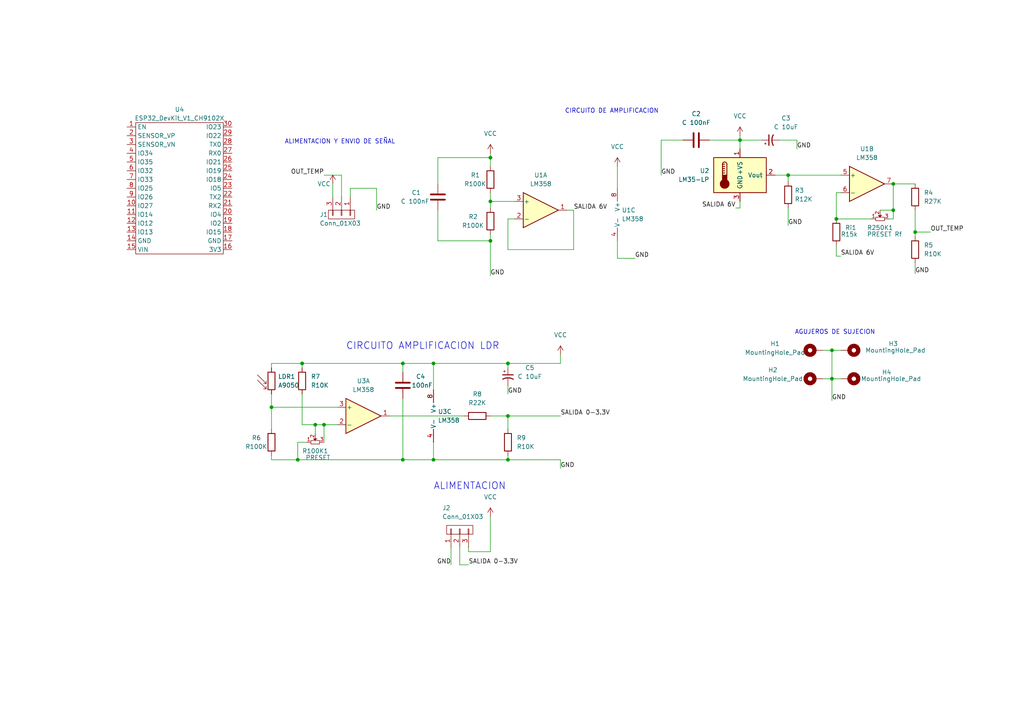
<source format=kicad_sch>
(kicad_sch (version 20230121) (generator eeschema)

  (uuid dd4d0ea2-877e-4a32-b329-16386e156b69)

  (paper "A4")

  (lib_symbols
    (symbol "Amplifier_Operational:LM358" (pin_names (offset 0.127)) (in_bom yes) (on_board yes)
      (property "Reference" "U" (at 0 5.08 0)
        (effects (font (size 1.27 1.27)) (justify left))
      )
      (property "Value" "LM358" (at 0 -5.08 0)
        (effects (font (size 1.27 1.27)) (justify left))
      )
      (property "Footprint" "" (at 0 0 0)
        (effects (font (size 1.27 1.27)) hide)
      )
      (property "Datasheet" "http://www.ti.com/lit/ds/symlink/lm2904-n.pdf" (at 0 0 0)
        (effects (font (size 1.27 1.27)) hide)
      )
      (property "ki_locked" "" (at 0 0 0)
        (effects (font (size 1.27 1.27)))
      )
      (property "ki_keywords" "dual opamp" (at 0 0 0)
        (effects (font (size 1.27 1.27)) hide)
      )
      (property "ki_description" "Low-Power, Dual Operational Amplifiers, DIP-8/SOIC-8/TO-99-8" (at 0 0 0)
        (effects (font (size 1.27 1.27)) hide)
      )
      (property "ki_fp_filters" "SOIC*3.9x4.9mm*P1.27mm* DIP*W7.62mm* TO*99* OnSemi*Micro8* TSSOP*3x3mm*P0.65mm* TSSOP*4.4x3mm*P0.65mm* MSOP*3x3mm*P0.65mm* SSOP*3.9x4.9mm*P0.635mm* LFCSP*2x2mm*P0.5mm* *SIP* SOIC*5.3x6.2mm*P1.27mm*" (at 0 0 0)
        (effects (font (size 1.27 1.27)) hide)
      )
      (symbol "LM358_1_1"
        (polyline
          (pts
            (xy -5.08 5.08)
            (xy 5.08 0)
            (xy -5.08 -5.08)
            (xy -5.08 5.08)
          )
          (stroke (width 0.254) (type default))
          (fill (type background))
        )
        (pin output line (at 7.62 0 180) (length 2.54)
          (name "~" (effects (font (size 1.27 1.27))))
          (number "1" (effects (font (size 1.27 1.27))))
        )
        (pin input line (at -7.62 -2.54 0) (length 2.54)
          (name "-" (effects (font (size 1.27 1.27))))
          (number "2" (effects (font (size 1.27 1.27))))
        )
        (pin input line (at -7.62 2.54 0) (length 2.54)
          (name "+" (effects (font (size 1.27 1.27))))
          (number "3" (effects (font (size 1.27 1.27))))
        )
      )
      (symbol "LM358_2_1"
        (polyline
          (pts
            (xy -5.08 5.08)
            (xy 5.08 0)
            (xy -5.08 -5.08)
            (xy -5.08 5.08)
          )
          (stroke (width 0.254) (type default))
          (fill (type background))
        )
        (pin input line (at -7.62 2.54 0) (length 2.54)
          (name "+" (effects (font (size 1.27 1.27))))
          (number "5" (effects (font (size 1.27 1.27))))
        )
        (pin input line (at -7.62 -2.54 0) (length 2.54)
          (name "-" (effects (font (size 1.27 1.27))))
          (number "6" (effects (font (size 1.27 1.27))))
        )
        (pin output line (at 7.62 0 180) (length 2.54)
          (name "~" (effects (font (size 1.27 1.27))))
          (number "7" (effects (font (size 1.27 1.27))))
        )
      )
      (symbol "LM358_3_1"
        (pin power_in line (at -2.54 -7.62 90) (length 3.81)
          (name "V-" (effects (font (size 1.27 1.27))))
          (number "4" (effects (font (size 1.27 1.27))))
        )
        (pin power_in line (at -2.54 7.62 270) (length 3.81)
          (name "V+" (effects (font (size 1.27 1.27))))
          (number "8" (effects (font (size 1.27 1.27))))
        )
      )
    )
    (symbol "Device:C" (pin_numbers hide) (pin_names (offset 0.254)) (in_bom yes) (on_board yes)
      (property "Reference" "C" (at 0.635 2.54 0)
        (effects (font (size 1.27 1.27)) (justify left))
      )
      (property "Value" "C" (at 0.635 -2.54 0)
        (effects (font (size 1.27 1.27)) (justify left))
      )
      (property "Footprint" "" (at 0.9652 -3.81 0)
        (effects (font (size 1.27 1.27)) hide)
      )
      (property "Datasheet" "~" (at 0 0 0)
        (effects (font (size 1.27 1.27)) hide)
      )
      (property "ki_keywords" "cap capacitor" (at 0 0 0)
        (effects (font (size 1.27 1.27)) hide)
      )
      (property "ki_description" "Unpolarized capacitor" (at 0 0 0)
        (effects (font (size 1.27 1.27)) hide)
      )
      (property "ki_fp_filters" "C_*" (at 0 0 0)
        (effects (font (size 1.27 1.27)) hide)
      )
      (symbol "C_0_1"
        (polyline
          (pts
            (xy -2.032 -0.762)
            (xy 2.032 -0.762)
          )
          (stroke (width 0.508) (type default))
          (fill (type none))
        )
        (polyline
          (pts
            (xy -2.032 0.762)
            (xy 2.032 0.762)
          )
          (stroke (width 0.508) (type default))
          (fill (type none))
        )
      )
      (symbol "C_1_1"
        (pin passive line (at 0 3.81 270) (length 2.794)
          (name "~" (effects (font (size 1.27 1.27))))
          (number "1" (effects (font (size 1.27 1.27))))
        )
        (pin passive line (at 0 -3.81 90) (length 2.794)
          (name "~" (effects (font (size 1.27 1.27))))
          (number "2" (effects (font (size 1.27 1.27))))
        )
      )
    )
    (symbol "Device:C_Polarized_Small_US" (pin_numbers hide) (pin_names (offset 0.254) hide) (in_bom yes) (on_board yes)
      (property "Reference" "C" (at 0.254 1.778 0)
        (effects (font (size 1.27 1.27)) (justify left))
      )
      (property "Value" "C_Polarized_Small_US" (at 0.254 -2.032 0)
        (effects (font (size 1.27 1.27)) (justify left))
      )
      (property "Footprint" "" (at 0 0 0)
        (effects (font (size 1.27 1.27)) hide)
      )
      (property "Datasheet" "~" (at 0 0 0)
        (effects (font (size 1.27 1.27)) hide)
      )
      (property "ki_keywords" "cap capacitor" (at 0 0 0)
        (effects (font (size 1.27 1.27)) hide)
      )
      (property "ki_description" "Polarized capacitor, small US symbol" (at 0 0 0)
        (effects (font (size 1.27 1.27)) hide)
      )
      (property "ki_fp_filters" "CP_*" (at 0 0 0)
        (effects (font (size 1.27 1.27)) hide)
      )
      (symbol "C_Polarized_Small_US_0_1"
        (polyline
          (pts
            (xy -1.524 0.508)
            (xy 1.524 0.508)
          )
          (stroke (width 0.3048) (type default))
          (fill (type none))
        )
        (polyline
          (pts
            (xy -1.27 1.524)
            (xy -0.762 1.524)
          )
          (stroke (width 0) (type default))
          (fill (type none))
        )
        (polyline
          (pts
            (xy -1.016 1.27)
            (xy -1.016 1.778)
          )
          (stroke (width 0) (type default))
          (fill (type none))
        )
        (arc (start 1.524 -0.762) (mid 0 -0.3734) (end -1.524 -0.762)
          (stroke (width 0.3048) (type default))
          (fill (type none))
        )
      )
      (symbol "C_Polarized_Small_US_1_1"
        (pin passive line (at 0 2.54 270) (length 2.032)
          (name "~" (effects (font (size 1.27 1.27))))
          (number "1" (effects (font (size 1.27 1.27))))
        )
        (pin passive line (at 0 -2.54 90) (length 2.032)
          (name "~" (effects (font (size 1.27 1.27))))
          (number "2" (effects (font (size 1.27 1.27))))
        )
      )
    )
    (symbol "Device:R" (pin_numbers hide) (pin_names (offset 0)) (in_bom yes) (on_board yes)
      (property "Reference" "R" (at 2.032 0 90)
        (effects (font (size 1.27 1.27)))
      )
      (property "Value" "R" (at 0 0 90)
        (effects (font (size 1.27 1.27)))
      )
      (property "Footprint" "" (at -1.778 0 90)
        (effects (font (size 1.27 1.27)) hide)
      )
      (property "Datasheet" "~" (at 0 0 0)
        (effects (font (size 1.27 1.27)) hide)
      )
      (property "ki_keywords" "R res resistor" (at 0 0 0)
        (effects (font (size 1.27 1.27)) hide)
      )
      (property "ki_description" "Resistor" (at 0 0 0)
        (effects (font (size 1.27 1.27)) hide)
      )
      (property "ki_fp_filters" "R_*" (at 0 0 0)
        (effects (font (size 1.27 1.27)) hide)
      )
      (symbol "R_0_1"
        (rectangle (start -1.016 -2.54) (end 1.016 2.54)
          (stroke (width 0.254) (type default))
          (fill (type none))
        )
      )
      (symbol "R_1_1"
        (pin passive line (at 0 3.81 270) (length 1.27)
          (name "~" (effects (font (size 1.27 1.27))))
          (number "1" (effects (font (size 1.27 1.27))))
        )
        (pin passive line (at 0 -3.81 90) (length 1.27)
          (name "~" (effects (font (size 1.27 1.27))))
          (number "2" (effects (font (size 1.27 1.27))))
        )
      )
    )
    (symbol "EESTN5:Conn_01X03" (pin_names (offset 1.016) hide) (in_bom yes) (on_board yes)
      (property "Reference" "J" (at 0 5.08 0)
        (effects (font (size 1.27 1.27)))
      )
      (property "Value" "Conn_01X03" (at 0 -5.08 0)
        (effects (font (size 1.27 1.27)))
      )
      (property "Footprint" "" (at 0 0 0)
        (effects (font (size 1.27 1.27)) hide)
      )
      (property "Datasheet" "" (at 0 0 0)
        (effects (font (size 1.27 1.27)) hide)
      )
      (property "ki_keywords" "connector" (at 0 0 0)
        (effects (font (size 1.27 1.27)) hide)
      )
      (property "ki_description" "Connector, single row, 01x03, pin header" (at 0 0 0)
        (effects (font (size 1.27 1.27)) hide)
      )
      (property "ki_fp_filters" "pin* header*" (at 0 0 0)
        (effects (font (size 1.27 1.27)) hide)
      )
      (symbol "Conn_01X03_0_1"
        (rectangle (start -1.27 -2.413) (end 0.254 -2.667)
          (stroke (width 0) (type default))
          (fill (type none))
        )
        (rectangle (start -1.27 0.127) (end 0.254 -0.127)
          (stroke (width 0) (type default))
          (fill (type none))
        )
        (rectangle (start -1.27 2.667) (end 0.254 2.413)
          (stroke (width 0) (type default))
          (fill (type none))
        )
        (rectangle (start -1.27 3.81) (end 1.27 -3.81)
          (stroke (width 0) (type default))
          (fill (type none))
        )
      )
      (symbol "Conn_01X03_1_1"
        (pin passive line (at -5.08 2.54 0) (length 3.81)
          (name "P1" (effects (font (size 1.27 1.27))))
          (number "1" (effects (font (size 1.27 1.27))))
        )
        (pin passive line (at -5.08 0 0) (length 3.81)
          (name "P2" (effects (font (size 1.27 1.27))))
          (number "2" (effects (font (size 1.27 1.27))))
        )
        (pin passive line (at -5.08 -2.54 0) (length 3.81)
          (name "P3" (effects (font (size 1.27 1.27))))
          (number "3" (effects (font (size 1.27 1.27))))
        )
      )
    )
    (symbol "EESTN5:ESP32_DevKit_V1_CH9102X" (in_bom yes) (on_board yes)
      (property "Reference" "U" (at -11.43 22.86 0)
        (effects (font (size 1.27 1.27)))
      )
      (property "Value" "ESP32_DevKit_V1_CH9102X" (at 11.43 22.86 0)
        (effects (font (size 1.27 1.27)))
      )
      (property "Footprint" "EESTN5:ESP32_DevKit_V1_CH9102X" (at -11.43 22.86 0)
        (effects (font (size 1.27 1.27)) hide)
      )
      (property "Datasheet" "" (at -11.43 22.86 0)
        (effects (font (size 1.27 1.27)) hide)
      )
      (property "ki_fp_filters" "esp32?devkit?v1?CH9102X*" (at 0 0 0)
        (effects (font (size 1.27 1.27)) hide)
      )
      (symbol "ESP32_DevKit_V1_CH9102X_0_0"
        (pin bidirectional line (at 15.24 13.97 180) (length 2.54)
          (name "TX0" (effects (font (size 1.27 1.27))))
          (number "28" (effects (font (size 1.27 1.27))))
        )
        (pin bidirectional line (at 15.24 16.51 180) (length 2.54)
          (name "IO22" (effects (font (size 1.27 1.27))))
          (number "29" (effects (font (size 1.27 1.27))))
        )
        (pin bidirectional line (at 15.24 19.05 180) (length 2.54)
          (name "IO23" (effects (font (size 1.27 1.27))))
          (number "30" (effects (font (size 1.27 1.27))))
        )
      )
      (symbol "ESP32_DevKit_V1_CH9102X_0_1"
        (rectangle (start -12.7 20.32) (end 12.7 -17.78)
          (stroke (width 0) (type default))
          (fill (type none))
        )
      )
      (symbol "ESP32_DevKit_V1_CH9102X_1_1"
        (pin input line (at -15.24 19.05 0) (length 2.54)
          (name "EN" (effects (font (size 1.27 1.27))))
          (number "1" (effects (font (size 1.27 1.27))))
        )
        (pin bidirectional line (at -15.24 -3.81 0) (length 2.54)
          (name "IO27" (effects (font (size 1.27 1.27))))
          (number "10" (effects (font (size 1.27 1.27))))
        )
        (pin bidirectional line (at -15.24 -6.35 0) (length 2.54)
          (name "IO14" (effects (font (size 1.27 1.27))))
          (number "11" (effects (font (size 1.27 1.27))))
        )
        (pin bidirectional line (at -15.24 -8.89 0) (length 2.54)
          (name "IO12" (effects (font (size 1.27 1.27))))
          (number "12" (effects (font (size 1.27 1.27))))
        )
        (pin bidirectional line (at -15.24 -11.43 0) (length 2.54)
          (name "IO13" (effects (font (size 1.27 1.27))))
          (number "13" (effects (font (size 1.27 1.27))))
        )
        (pin power_in line (at -15.24 -13.97 0) (length 2.54)
          (name "GND" (effects (font (size 1.27 1.27))))
          (number "14" (effects (font (size 1.27 1.27))))
        )
        (pin power_in line (at -15.24 -16.51 0) (length 2.54)
          (name "VIN" (effects (font (size 1.27 1.27))))
          (number "15" (effects (font (size 1.27 1.27))))
        )
        (pin power_in line (at 15.24 -16.51 180) (length 2.54)
          (name "3V3" (effects (font (size 1.27 1.27))))
          (number "16" (effects (font (size 1.27 1.27))))
        )
        (pin power_in line (at 15.24 -13.97 180) (length 2.54)
          (name "GND" (effects (font (size 1.27 1.27))))
          (number "17" (effects (font (size 1.27 1.27))))
        )
        (pin bidirectional line (at 15.24 -11.43 180) (length 2.54)
          (name "IO15" (effects (font (size 1.27 1.27))))
          (number "18" (effects (font (size 1.27 1.27))))
        )
        (pin bidirectional line (at 15.24 -8.89 180) (length 2.54)
          (name "IO2" (effects (font (size 1.27 1.27))))
          (number "19" (effects (font (size 1.27 1.27))))
        )
        (pin input line (at -15.24 16.51 0) (length 2.54)
          (name "SENSOR_VP" (effects (font (size 1.27 1.27))))
          (number "2" (effects (font (size 1.27 1.27))))
        )
        (pin bidirectional line (at 15.24 -6.35 180) (length 2.54)
          (name "IO4" (effects (font (size 1.27 1.27))))
          (number "20" (effects (font (size 1.27 1.27))))
        )
        (pin bidirectional line (at 15.24 -3.81 180) (length 2.54)
          (name "RX2" (effects (font (size 1.27 1.27))))
          (number "21" (effects (font (size 1.27 1.27))))
        )
        (pin bidirectional line (at 15.24 -1.27 180) (length 2.54)
          (name "TX2" (effects (font (size 1.27 1.27))))
          (number "22" (effects (font (size 1.27 1.27))))
        )
        (pin bidirectional line (at 15.24 1.27 180) (length 2.54)
          (name "IO5" (effects (font (size 1.27 1.27))))
          (number "23" (effects (font (size 1.27 1.27))))
        )
        (pin bidirectional line (at 15.24 3.81 180) (length 2.54)
          (name "IO18" (effects (font (size 1.27 1.27))))
          (number "24" (effects (font (size 1.27 1.27))))
        )
        (pin bidirectional line (at 15.24 6.35 180) (length 2.54)
          (name "IO19" (effects (font (size 1.27 1.27))))
          (number "25" (effects (font (size 1.27 1.27))))
        )
        (pin bidirectional line (at 15.24 8.89 180) (length 2.54)
          (name "IO21" (effects (font (size 1.27 1.27))))
          (number "26" (effects (font (size 1.27 1.27))))
        )
        (pin bidirectional line (at 15.24 11.43 180) (length 2.54)
          (name "RX0" (effects (font (size 1.27 1.27))))
          (number "27" (effects (font (size 1.27 1.27))))
        )
        (pin input line (at -15.24 13.97 0) (length 2.54)
          (name "SENSOR_VN" (effects (font (size 1.27 1.27))))
          (number "3" (effects (font (size 1.27 1.27))))
        )
        (pin input line (at -15.24 11.43 0) (length 2.54)
          (name "IO34" (effects (font (size 1.27 1.27))))
          (number "4" (effects (font (size 1.27 1.27))))
        )
        (pin input line (at -15.24 8.89 0) (length 2.54)
          (name "IO35" (effects (font (size 1.27 1.27))))
          (number "5" (effects (font (size 1.27 1.27))))
        )
        (pin bidirectional line (at -15.24 6.35 0) (length 2.54)
          (name "IO32" (effects (font (size 1.27 1.27))))
          (number "6" (effects (font (size 1.27 1.27))))
        )
        (pin bidirectional line (at -15.24 3.81 0) (length 2.54)
          (name "IO33" (effects (font (size 1.27 1.27))))
          (number "7" (effects (font (size 1.27 1.27))))
        )
        (pin bidirectional line (at -15.24 1.27 0) (length 2.54)
          (name "IO25" (effects (font (size 1.27 1.27))))
          (number "8" (effects (font (size 1.27 1.27))))
        )
        (pin bidirectional line (at -15.24 -1.27 0) (length 2.54)
          (name "IO26" (effects (font (size 1.27 1.27))))
          (number "9" (effects (font (size 1.27 1.27))))
        )
      )
    )
    (symbol "EESTN5:POT" (pin_names (offset 1.016) hide) (in_bom yes) (on_board yes)
      (property "Reference" "R" (at 0 -1.27 0)
        (effects (font (size 1.27 1.27)))
      )
      (property "Value" "POT" (at 0 -3.81 0)
        (effects (font (size 1.27 1.27)))
      )
      (property "Footprint" "" (at 0 0 0)
        (effects (font (size 1.524 1.524)))
      )
      (property "Datasheet" "" (at 0 0 0)
        (effects (font (size 1.524 1.524)))
      )
      (property "ki_keywords" "R" (at 0 0 0)
        (effects (font (size 1.27 1.27)) hide)
      )
      (property "ki_description" "Trimmer" (at 0 0 0)
        (effects (font (size 1.27 1.27)) hide)
      )
      (property "ki_fp_filters" "POT*" (at 0 0 0)
        (effects (font (size 1.27 1.27)) hide)
      )
      (symbol "POT_0_0"
        (rectangle (start -1.27 0.508) (end 1.27 -0.508)
          (stroke (width 0) (type default))
          (fill (type none))
        )
      )
      (symbol "POT_0_1"
        (polyline
          (pts
            (xy 0 0.508)
            (xy -0.508 1.016)
            (xy 0.508 1.016)
          )
          (stroke (width 0) (type default))
          (fill (type outline))
        )
      )
      (symbol "POT_1_1"
        (pin passive line (at -2.54 0 0) (length 1.27)
          (name "1" (effects (font (size 1.016 1.016))))
          (number "1" (effects (font (size 1.016 1.016))))
        )
        (pin passive line (at 0 2.54 270) (length 1.524)
          (name "2" (effects (font (size 1.016 1.016))))
          (number "2" (effects (font (size 1.016 1.016))))
        )
        (pin passive line (at 2.54 0 180) (length 1.27)
          (name "3" (effects (font (size 1.016 1.016))))
          (number "3" (effects (font (size 1.016 1.016))))
        )
      )
    )
    (symbol "LM358_1" (pin_names (offset 0.127)) (in_bom yes) (on_board yes)
      (property "Reference" "U1" (at 0 10.16 0)
        (effects (font (size 1.27 1.27)))
      )
      (property "Value" "LM358" (at 0 7.62 0)
        (effects (font (size 1.27 1.27)))
      )
      (property "Footprint" "EESTN5:DIP-8" (at 0 0 0)
        (effects (font (size 1.27 1.27)) hide)
      )
      (property "Datasheet" "http://www.ti.com/lit/ds/symlink/lm2904-n.pdf" (at -2.54 -7.62 0)
        (effects (font (size 1.27 1.27)) hide)
      )
      (property "ki_locked" "" (at 0 0 0)
        (effects (font (size 1.27 1.27)))
      )
      (property "ki_keywords" "dual opamp" (at 0 0 0)
        (effects (font (size 1.27 1.27)) hide)
      )
      (property "ki_description" "Low-Power, Dual Operational Amplifiers, DIP-8/SOIC-8/TO-99-8" (at 0 0 0)
        (effects (font (size 1.27 1.27)) hide)
      )
      (property "ki_fp_filters" "SOIC*3.9x4.9mm*P1.27mm* DIP*W7.62mm* TO*99* OnSemi*Micro8* TSSOP*3x3mm*P0.65mm* TSSOP*4.4x3mm*P0.65mm* MSOP*3x3mm*P0.65mm* SSOP*3.9x4.9mm*P0.635mm* LFCSP*2x2mm*P0.5mm* *SIP* SOIC*5.3x6.2mm*P1.27mm*" (at 0 0 0)
        (effects (font (size 1.27 1.27)) hide)
      )
      (symbol "LM358_1_1_1"
        (polyline
          (pts
            (xy -5.08 5.08)
            (xy 5.08 0)
            (xy -5.08 -5.08)
            (xy -5.08 5.08)
          )
          (stroke (width 0.254) (type default))
          (fill (type background))
        )
        (pin output line (at 7.62 0 180) (length 2.54)
          (name "~" (effects (font (size 1.27 1.27))))
          (number "1" (effects (font (size 1.27 1.27))))
        )
        (pin input line (at -7.62 -2.54 0) (length 2.54)
          (name "-" (effects (font (size 1.27 1.27))))
          (number "2" (effects (font (size 1.27 1.27))))
        )
        (pin input line (at -7.62 2.54 0) (length 2.54)
          (name "+" (effects (font (size 1.27 1.27))))
          (number "3" (effects (font (size 1.27 1.27))))
        )
      )
      (symbol "LM358_1_2_1"
        (polyline
          (pts
            (xy -5.08 5.08)
            (xy 5.08 0)
            (xy -5.08 -5.08)
            (xy -5.08 5.08)
          )
          (stroke (width 0.254) (type default))
          (fill (type background))
        )
        (pin input line (at -7.62 2.54 0) (length 2.54)
          (name "+" (effects (font (size 1.27 1.27))))
          (number "5" (effects (font (size 1.27 1.27))))
        )
        (pin input line (at -7.62 -2.54 0) (length 2.54)
          (name "-" (effects (font (size 1.27 1.27))))
          (number "6" (effects (font (size 1.27 1.27))))
        )
        (pin output line (at 7.62 0 180) (length 2.54)
          (name "~" (effects (font (size 1.27 1.27))))
          (number "7" (effects (font (size 1.27 1.27))))
        )
      )
      (symbol "LM358_1_3_1"
        (pin power_in line (at -2.54 -7.62 90) (length 3.81)
          (name "GNDREF" (effects (font (size 1.27 1.27))))
          (number "4" (effects (font (size 1.27 1.27))))
        )
        (pin power_in line (at -2.54 7.62 270) (length 3.81)
          (name "VCC" (effects (font (size 1.27 1.27))))
          (number "8" (effects (font (size 1.27 1.27))))
        )
      )
    )
    (symbol "Mechanical:MountingHole_Pad" (pin_numbers hide) (pin_names (offset 1.016) hide) (in_bom yes) (on_board yes)
      (property "Reference" "H" (at 0 6.35 0)
        (effects (font (size 1.27 1.27)))
      )
      (property "Value" "MountingHole_Pad" (at 0 4.445 0)
        (effects (font (size 1.27 1.27)))
      )
      (property "Footprint" "" (at 0 0 0)
        (effects (font (size 1.27 1.27)) hide)
      )
      (property "Datasheet" "~" (at 0 0 0)
        (effects (font (size 1.27 1.27)) hide)
      )
      (property "ki_keywords" "mounting hole" (at 0 0 0)
        (effects (font (size 1.27 1.27)) hide)
      )
      (property "ki_description" "Mounting Hole with connection" (at 0 0 0)
        (effects (font (size 1.27 1.27)) hide)
      )
      (property "ki_fp_filters" "MountingHole*Pad*" (at 0 0 0)
        (effects (font (size 1.27 1.27)) hide)
      )
      (symbol "MountingHole_Pad_0_1"
        (circle (center 0 1.27) (radius 1.27)
          (stroke (width 1.27) (type default))
          (fill (type none))
        )
      )
      (symbol "MountingHole_Pad_1_1"
        (pin input line (at 0 -2.54 90) (length 2.54)
          (name "1" (effects (font (size 1.27 1.27))))
          (number "1" (effects (font (size 1.27 1.27))))
        )
      )
    )
    (symbol "Sensor_Optical:A9050" (pin_numbers hide) (pin_names (offset 0)) (in_bom yes) (on_board yes)
      (property "Reference" "R" (at -5.08 0 90)
        (effects (font (size 1.27 1.27)))
      )
      (property "Value" "A9050" (at 1.905 0 90)
        (effects (font (size 1.27 1.27)) (justify top))
      )
      (property "Footprint" "OptoDevice:R_LDR_5.0x4.1mm_P3mm_Vertical" (at 4.445 0 90)
        (effects (font (size 1.27 1.27)) hide)
      )
      (property "Datasheet" "http://cdn-reichelt.de/documents/datenblatt/A500/A90xxxx%23PE.pdf" (at 0 -1.27 0)
        (effects (font (size 1.27 1.27)) hide)
      )
      (property "ki_keywords" "light dependent photo resistor LDR" (at 0 0 0)
        (effects (font (size 1.27 1.27)) hide)
      )
      (property "ki_description" "light dependent resistor" (at 0 0 0)
        (effects (font (size 1.27 1.27)) hide)
      )
      (property "ki_fp_filters" "R*LDR*5.0x4.1mm*P3mm*" (at 0 0 0)
        (effects (font (size 1.27 1.27)) hide)
      )
      (symbol "A9050_0_1"
        (rectangle (start -1.016 2.54) (end 1.016 -2.54)
          (stroke (width 0.254) (type default))
          (fill (type none))
        )
        (polyline
          (pts
            (xy -1.524 -2.286)
            (xy -4.064 0.254)
          )
          (stroke (width 0) (type default))
          (fill (type none))
        )
        (polyline
          (pts
            (xy -1.524 -2.286)
            (xy -2.286 -2.286)
          )
          (stroke (width 0) (type default))
          (fill (type none))
        )
        (polyline
          (pts
            (xy -1.524 -2.286)
            (xy -1.524 -1.524)
          )
          (stroke (width 0) (type default))
          (fill (type none))
        )
        (polyline
          (pts
            (xy -1.524 -0.762)
            (xy -4.064 1.778)
          )
          (stroke (width 0) (type default))
          (fill (type none))
        )
        (polyline
          (pts
            (xy -1.524 -0.762)
            (xy -2.286 -0.762)
          )
          (stroke (width 0) (type default))
          (fill (type none))
        )
        (polyline
          (pts
            (xy -1.524 -0.762)
            (xy -1.524 0)
          )
          (stroke (width 0) (type default))
          (fill (type none))
        )
      )
      (symbol "A9050_1_1"
        (pin passive line (at 0 3.81 270) (length 1.27)
          (name "~" (effects (font (size 1.27 1.27))))
          (number "1" (effects (font (size 1.27 1.27))))
        )
        (pin passive line (at 0 -3.81 90) (length 1.27)
          (name "~" (effects (font (size 1.27 1.27))))
          (number "2" (effects (font (size 1.27 1.27))))
        )
      )
    )
    (symbol "Sensor_Temperature:LM35-LP" (pin_names (offset 1.016)) (in_bom yes) (on_board yes)
      (property "Reference" "U" (at -6.35 6.35 0)
        (effects (font (size 1.27 1.27)))
      )
      (property "Value" "LM35-LP" (at 1.27 6.35 0)
        (effects (font (size 1.27 1.27)) (justify left))
      )
      (property "Footprint" "" (at 1.27 -6.35 0)
        (effects (font (size 1.27 1.27)) (justify left) hide)
      )
      (property "Datasheet" "http://www.ti.com/lit/ds/symlink/lm35.pdf" (at 0 0 0)
        (effects (font (size 1.27 1.27)) hide)
      )
      (property "ki_keywords" "temperature sensor thermistor" (at 0 0 0)
        (effects (font (size 1.27 1.27)) hide)
      )
      (property "ki_description" "Precision centigrade temperature sensor, TO-92" (at 0 0 0)
        (effects (font (size 1.27 1.27)) hide)
      )
      (property "ki_fp_filters" "TO?92*" (at 0 0 0)
        (effects (font (size 1.27 1.27)) hide)
      )
      (symbol "LM35-LP_0_1"
        (rectangle (start -7.62 5.08) (end 7.62 -5.08)
          (stroke (width 0.254) (type default))
          (fill (type background))
        )
        (circle (center -4.445 -2.54) (radius 1.27)
          (stroke (width 0.254) (type default))
          (fill (type outline))
        )
        (rectangle (start -3.81 -1.905) (end -5.08 0)
          (stroke (width 0.254) (type default))
          (fill (type outline))
        )
        (arc (start -3.81 3.175) (mid -4.445 3.8073) (end -5.08 3.175)
          (stroke (width 0.254) (type default))
          (fill (type none))
        )
        (polyline
          (pts
            (xy -5.08 0.635)
            (xy -4.445 0.635)
          )
          (stroke (width 0.254) (type default))
          (fill (type none))
        )
        (polyline
          (pts
            (xy -5.08 1.27)
            (xy -4.445 1.27)
          )
          (stroke (width 0.254) (type default))
          (fill (type none))
        )
        (polyline
          (pts
            (xy -5.08 1.905)
            (xy -4.445 1.905)
          )
          (stroke (width 0.254) (type default))
          (fill (type none))
        )
        (polyline
          (pts
            (xy -5.08 2.54)
            (xy -4.445 2.54)
          )
          (stroke (width 0.254) (type default))
          (fill (type none))
        )
        (polyline
          (pts
            (xy -5.08 3.175)
            (xy -5.08 0)
          )
          (stroke (width 0.254) (type default))
          (fill (type none))
        )
        (polyline
          (pts
            (xy -5.08 3.175)
            (xy -4.445 3.175)
          )
          (stroke (width 0.254) (type default))
          (fill (type none))
        )
        (polyline
          (pts
            (xy -3.81 3.175)
            (xy -3.81 0)
          )
          (stroke (width 0.254) (type default))
          (fill (type none))
        )
      )
      (symbol "LM35-LP_1_1"
        (pin power_in line (at 0 7.62 270) (length 2.54)
          (name "+VS" (effects (font (size 1.27 1.27))))
          (number "1" (effects (font (size 1.27 1.27))))
        )
        (pin output line (at 10.16 0 180) (length 2.54)
          (name "Vout" (effects (font (size 1.27 1.27))))
          (number "2" (effects (font (size 1.27 1.27))))
        )
        (pin power_in line (at 0 -7.62 90) (length 2.54)
          (name "GND" (effects (font (size 1.27 1.27))))
          (number "3" (effects (font (size 1.27 1.27))))
        )
      )
    )
    (symbol "power:VCC" (power) (pin_names (offset 0)) (in_bom yes) (on_board yes)
      (property "Reference" "#PWR" (at 0 -3.81 0)
        (effects (font (size 1.27 1.27)) hide)
      )
      (property "Value" "VCC" (at 0 3.81 0)
        (effects (font (size 1.27 1.27)))
      )
      (property "Footprint" "" (at 0 0 0)
        (effects (font (size 1.27 1.27)) hide)
      )
      (property "Datasheet" "" (at 0 0 0)
        (effects (font (size 1.27 1.27)) hide)
      )
      (property "ki_keywords" "power-flag" (at 0 0 0)
        (effects (font (size 1.27 1.27)) hide)
      )
      (property "ki_description" "Power symbol creates a global label with name \"VCC\"" (at 0 0 0)
        (effects (font (size 1.27 1.27)) hide)
      )
      (symbol "VCC_0_1"
        (polyline
          (pts
            (xy -0.762 1.27)
            (xy 0 2.54)
          )
          (stroke (width 0) (type default))
          (fill (type none))
        )
        (polyline
          (pts
            (xy 0 0)
            (xy 0 2.54)
          )
          (stroke (width 0) (type default))
          (fill (type none))
        )
        (polyline
          (pts
            (xy 0 2.54)
            (xy 0.762 1.27)
          )
          (stroke (width 0) (type default))
          (fill (type none))
        )
      )
      (symbol "VCC_1_1"
        (pin power_in line (at 0 0 90) (length 0) hide
          (name "VCC" (effects (font (size 1.27 1.27))))
          (number "1" (effects (font (size 1.27 1.27))))
        )
      )
    )
  )

  (junction (at 86.36 133.35) (diameter 0) (color 0 0 0 0)
    (uuid 08c65605-619d-4278-8636-fcd87165f2f2)
  )
  (junction (at 259.08 53.34) (diameter 0) (color 0 0 0 0)
    (uuid 0ed1c4dc-6045-4704-8172-88ed174e17ac)
  )
  (junction (at 142.24 58.42) (diameter 0) (color 0 0 0 0)
    (uuid 10563bb1-cf72-45eb-8c14-cd5b46e0c359)
  )
  (junction (at 142.24 45.72) (diameter 0) (color 0 0 0 0)
    (uuid 16a0ce9a-7478-4458-890c-e72fbebc0135)
  )
  (junction (at 241.3 101.6) (diameter 0) (color 0 0 0 0)
    (uuid 215a0066-b400-4e0f-8861-07de2e24d633)
  )
  (junction (at 228.6 50.8) (diameter 0) (color 0 0 0 0)
    (uuid 2b8e3d65-5507-4719-9199-3b1238c549da)
  )
  (junction (at 116.84 105.41) (diameter 0) (color 0 0 0 0)
    (uuid 31b68704-7115-471d-9169-3da862074407)
  )
  (junction (at 259.08 60.96) (diameter 0) (color 0 0 0 0)
    (uuid 434e352a-e3ab-43eb-8c73-03ac41c0fbe9)
  )
  (junction (at 214.63 40.64) (diameter 0) (color 0 0 0 0)
    (uuid 4a2264b3-3b48-4c2e-a86d-be110486bc3c)
  )
  (junction (at 265.43 67.31) (diameter 0) (color 0 0 0 0)
    (uuid 500a057c-3a81-426a-b409-1a56ec2d7144)
  )
  (junction (at 93.98 123.19) (diameter 0) (color 0 0 0 0)
    (uuid 546b90bd-61da-4224-af9c-203823333d5a)
  )
  (junction (at 147.32 120.65) (diameter 0) (color 0 0 0 0)
    (uuid 57282e1b-3e41-4c9b-b830-e1038afe9fec)
  )
  (junction (at 241.3 109.855) (diameter 0) (color 0 0 0 0)
    (uuid 76ee233b-2f18-434e-8fb1-871774f6622d)
  )
  (junction (at 91.44 123.19) (diameter 0) (color 0 0 0 0)
    (uuid 7e6238c4-4809-43ad-a204-4e87d95abc63)
  )
  (junction (at 147.32 133.35) (diameter 0) (color 0 0 0 0)
    (uuid 84f45ed1-5686-4536-9010-8009443fae5d)
  )
  (junction (at 125.73 105.41) (diameter 0) (color 0 0 0 0)
    (uuid bf32872f-ebfc-445e-b8b3-5f13420a3500)
  )
  (junction (at 147.32 105.41) (diameter 0) (color 0 0 0 0)
    (uuid c0cbc5b7-6f54-4972-abad-9b59237bfd67)
  )
  (junction (at 142.24 69.85) (diameter 0) (color 0 0 0 0)
    (uuid d8fa748c-1fda-4b59-be25-50d24986c5c1)
  )
  (junction (at 242.57 63.5) (diameter 0) (color 0 0 0 0)
    (uuid dc6c9073-f14d-4894-b6e0-9ca19893c6d1)
  )
  (junction (at 116.84 133.35) (diameter 0) (color 0 0 0 0)
    (uuid e43e9251-fdb0-4310-a799-394a8f670c8d)
  )
  (junction (at 78.74 118.11) (diameter 0) (color 0 0 0 0)
    (uuid efdbe8a0-9e9a-4320-b0ea-c0ec1b9ef6f2)
  )
  (junction (at 87.63 105.41) (diameter 0) (color 0 0 0 0)
    (uuid fbc59054-5be5-48b5-b9f5-17988e3c38af)
  )
  (junction (at 125.73 133.35) (diameter 0) (color 0 0 0 0)
    (uuid fcbc7ef2-3bc8-4814-bb9b-25ece2364772)
  )

  (wire (pts (xy 142.24 149.86) (xy 142.24 160.02))
    (stroke (width 0) (type default))
    (uuid 01958a19-793d-4d46-8cf3-8d6e2dcff92c)
  )
  (wire (pts (xy 87.63 105.41) (xy 87.63 106.68))
    (stroke (width 0) (type default))
    (uuid 03419fd3-b9b9-40b8-a6a7-5a4fa5bdc3df)
  )
  (wire (pts (xy 242.57 55.88) (xy 243.84 55.88))
    (stroke (width 0) (type default))
    (uuid 03a78e59-335d-4ead-a105-a5c35579bf74)
  )
  (wire (pts (xy 78.74 118.11) (xy 78.74 124.46))
    (stroke (width 0) (type default))
    (uuid 03ea7bc1-d1da-492c-8cd8-a106cf2f7cc1)
  )
  (wire (pts (xy 78.74 118.11) (xy 97.79 118.11))
    (stroke (width 0) (type default))
    (uuid 0d8122ee-f028-4813-9c67-7395b729b121)
  )
  (wire (pts (xy 257.81 63.5) (xy 259.08 63.5))
    (stroke (width 0) (type default))
    (uuid 0ee7b09a-4ebf-4749-b80e-f436aa1d8d00)
  )
  (wire (pts (xy 87.63 105.41) (xy 116.84 105.41))
    (stroke (width 0) (type default))
    (uuid 11b6cfb2-3153-4868-a3ae-790c5b37a487)
  )
  (wire (pts (xy 86.36 133.35) (xy 116.84 133.35))
    (stroke (width 0) (type default))
    (uuid 16d8fec6-32e5-4d6c-8d1e-7b449e3a4045)
  )
  (wire (pts (xy 265.43 67.31) (xy 269.875 67.31))
    (stroke (width 0) (type default))
    (uuid 16de2dec-acb5-45ee-a124-39fe6295edd0)
  )
  (wire (pts (xy 231.14 40.64) (xy 226.06 40.64))
    (stroke (width 0) (type default))
    (uuid 17063328-7ad8-4433-a49c-11ca5e9b7848)
  )
  (wire (pts (xy 228.6 60.325) (xy 228.6 65.405))
    (stroke (width 0) (type default))
    (uuid 1c24b7e4-ef7a-4ce0-acff-fd53252adcbd)
  )
  (wire (pts (xy 147.32 132.08) (xy 147.32 133.35))
    (stroke (width 0) (type default))
    (uuid 1e665459-ce25-4659-a9a6-9fc38a890c96)
  )
  (wire (pts (xy 116.84 105.41) (xy 125.73 105.41))
    (stroke (width 0) (type default))
    (uuid 2018674f-99f8-4b05-919b-344125d6981c)
  )
  (wire (pts (xy 142.24 67.945) (xy 142.24 69.85))
    (stroke (width 0) (type default))
    (uuid 21529e5b-961d-46b4-8616-8d597d5539a0)
  )
  (wire (pts (xy 78.74 106.68) (xy 78.74 105.41))
    (stroke (width 0) (type default))
    (uuid 235d7341-eb74-4cc2-8a62-ceb7177c6995)
  )
  (wire (pts (xy 214.63 40.64) (xy 214.63 43.18))
    (stroke (width 0) (type default))
    (uuid 23c224a3-e7eb-44b2-8c84-ac8ad57bd0ca)
  )
  (wire (pts (xy 242.57 71.12) (xy 242.57 74.295))
    (stroke (width 0) (type default))
    (uuid 241e05e4-1c61-4ae3-9bed-2a128a268ddc)
  )
  (wire (pts (xy 162.56 133.35) (xy 162.56 135.89))
    (stroke (width 0) (type default))
    (uuid 258c40f2-fddb-4d21-b6fa-a4ff1bb084db)
  )
  (wire (pts (xy 125.73 105.41) (xy 147.32 105.41))
    (stroke (width 0) (type default))
    (uuid 2833a532-5755-4157-b7f9-48e383921c89)
  )
  (wire (pts (xy 238.76 109.855) (xy 241.3 109.855))
    (stroke (width 0) (type default))
    (uuid 2beb105a-68c7-4165-9e1f-fa2fb725ab6a)
  )
  (wire (pts (xy 125.73 133.35) (xy 147.32 133.35))
    (stroke (width 0) (type default))
    (uuid 2e8187b5-bfd4-4f6f-821e-6d6740d80f82)
  )
  (wire (pts (xy 125.73 105.41) (xy 125.73 113.03))
    (stroke (width 0) (type default))
    (uuid 2e91dd92-9b8e-4b75-97df-7a10c83dde3f)
  )
  (wire (pts (xy 91.44 123.19) (xy 93.98 123.19))
    (stroke (width 0) (type default))
    (uuid 2fc37541-ba27-404e-9a88-d98412afc71a)
  )
  (wire (pts (xy 179.07 48.26) (xy 179.07 54.61))
    (stroke (width 0) (type default))
    (uuid 355e813e-8980-4cec-a2b1-05a4ba70ff7d)
  )
  (wire (pts (xy 88.9 128.27) (xy 86.36 128.27))
    (stroke (width 0) (type default))
    (uuid 35a53b31-025e-4644-bfd1-056da5dd5ecb)
  )
  (wire (pts (xy 113.03 120.65) (xy 134.62 120.65))
    (stroke (width 0) (type default))
    (uuid 3786ca56-adfb-4ad6-8812-fdb59ef3d36f)
  )
  (wire (pts (xy 179.07 74.93) (xy 184.15 74.93))
    (stroke (width 0) (type default))
    (uuid 41c9346b-cc00-428b-874e-5719ab65e455)
  )
  (wire (pts (xy 93.98 123.19) (xy 97.79 123.19))
    (stroke (width 0) (type default))
    (uuid 46922964-04f5-4d90-80b7-ac135da69974)
  )
  (wire (pts (xy 149.225 63.5) (xy 147.32 63.5))
    (stroke (width 0) (type default))
    (uuid 4a685410-d186-445a-8c5b-b21e3f8b0de3)
  )
  (wire (pts (xy 133.35 163.83) (xy 135.89 163.83))
    (stroke (width 0) (type default))
    (uuid 4f0b4682-92ba-4941-80c6-821359dda040)
  )
  (wire (pts (xy 91.44 125.73) (xy 91.44 123.19))
    (stroke (width 0) (type default))
    (uuid 534edad0-79c6-45a2-844f-a19bff278203)
  )
  (wire (pts (xy 109.22 54.61) (xy 109.22 60.96))
    (stroke (width 0) (type default))
    (uuid 536aa8e2-adb3-4ae9-ae6e-a913797199dd)
  )
  (wire (pts (xy 265.43 60.96) (xy 265.43 67.31))
    (stroke (width 0) (type default))
    (uuid 5cf357c8-0369-443a-93e8-64a01db3c47e)
  )
  (wire (pts (xy 116.84 105.41) (xy 116.84 107.95))
    (stroke (width 0) (type default))
    (uuid 5f9dc929-494f-4ad6-8762-422ac872e78b)
  )
  (wire (pts (xy 142.24 58.42) (xy 149.225 58.42))
    (stroke (width 0) (type default))
    (uuid 63fdb906-9231-4f7c-8bcf-8e52c3ba656e)
  )
  (wire (pts (xy 142.24 120.65) (xy 147.32 120.65))
    (stroke (width 0) (type default))
    (uuid 641c9a81-1cec-4c2c-9ed2-41d09ebde113)
  )
  (wire (pts (xy 259.08 53.34) (xy 259.08 60.96))
    (stroke (width 0) (type default))
    (uuid 678c911c-8896-465e-800c-3dc190d41011)
  )
  (wire (pts (xy 231.14 43.18) (xy 231.14 40.64))
    (stroke (width 0) (type default))
    (uuid 6848525f-10af-4d04-a7cd-e3dec33f94c0)
  )
  (wire (pts (xy 162.56 102.87) (xy 162.56 105.41))
    (stroke (width 0) (type default))
    (uuid 685f4402-e8c0-4a44-b6bd-c4d1b1a1f547)
  )
  (wire (pts (xy 214.63 40.64) (xy 220.98 40.64))
    (stroke (width 0) (type default))
    (uuid 690b0118-6ce6-449e-b4f8-317bedbcd3af)
  )
  (wire (pts (xy 142.24 45.72) (xy 142.24 48.26))
    (stroke (width 0) (type default))
    (uuid 6b3d43ca-a619-4fc2-8891-4fc944937157)
  )
  (wire (pts (xy 259.08 63.5) (xy 259.08 60.96))
    (stroke (width 0) (type default))
    (uuid 6bef13c1-77b6-4659-936d-b584b865ff26)
  )
  (wire (pts (xy 224.79 50.8) (xy 228.6 50.8))
    (stroke (width 0) (type default))
    (uuid 6d95b643-2a70-4008-ba0a-0b6d2aaa0936)
  )
  (wire (pts (xy 238.76 101.6) (xy 241.3 101.6))
    (stroke (width 0) (type default))
    (uuid 7255e94a-cef5-44bc-b8df-4fd2c9adda48)
  )
  (wire (pts (xy 116.84 115.57) (xy 116.84 133.35))
    (stroke (width 0) (type default))
    (uuid 74572d78-a24b-499d-a39c-b8417678e473)
  )
  (wire (pts (xy 125.73 128.27) (xy 125.73 133.35))
    (stroke (width 0) (type default))
    (uuid 76523a10-5adb-4425-b9d0-a3e36f7ce56f)
  )
  (wire (pts (xy 198.12 40.64) (xy 191.77 40.64))
    (stroke (width 0) (type default))
    (uuid 78d8fc37-a975-4c4e-88ef-10ec0d6f1e99)
  )
  (wire (pts (xy 147.32 63.5) (xy 147.32 72.39))
    (stroke (width 0) (type default))
    (uuid 7cfe341b-4d65-45dd-b668-bdc30b612914)
  )
  (wire (pts (xy 127 45.72) (xy 127 53.34))
    (stroke (width 0) (type default))
    (uuid 7d9c3a5b-eadb-4b97-894a-fa63d4f82a78)
  )
  (wire (pts (xy 265.43 76.2) (xy 265.43 79.375))
    (stroke (width 0) (type default))
    (uuid 7ec9bff5-8094-429c-9db2-6ca45a5368fe)
  )
  (wire (pts (xy 265.43 67.31) (xy 265.43 68.58))
    (stroke (width 0) (type default))
    (uuid 7edabd2f-19df-4bd1-881f-cac702b39604)
  )
  (wire (pts (xy 127 60.96) (xy 127 69.85))
    (stroke (width 0) (type default))
    (uuid 7f0b4cda-02a3-44c3-bdf8-64c288c206ea)
  )
  (wire (pts (xy 133.35 158.75) (xy 133.35 163.83))
    (stroke (width 0) (type default))
    (uuid 7fa28eab-02d3-4682-9e61-28d349d60c2c)
  )
  (wire (pts (xy 101.6 54.61) (xy 109.22 54.61))
    (stroke (width 0) (type default))
    (uuid 81c25aed-a310-4b89-b7dc-6bd1f3453c94)
  )
  (wire (pts (xy 228.6 50.8) (xy 228.6 52.705))
    (stroke (width 0) (type default))
    (uuid 8595623c-f4ae-4f63-b86f-8390e1811b19)
  )
  (wire (pts (xy 78.74 105.41) (xy 87.63 105.41))
    (stroke (width 0) (type default))
    (uuid 86f14eab-1414-427c-8dda-2322a9cd3ce9)
  )
  (wire (pts (xy 142.24 44.45) (xy 142.24 45.72))
    (stroke (width 0) (type default))
    (uuid 8c873908-b925-4942-b506-c5ff0cb548bb)
  )
  (wire (pts (xy 242.57 63.5) (xy 252.73 63.5))
    (stroke (width 0) (type default))
    (uuid 8e8f54b0-eb1e-4792-9c67-639a4268d85d)
  )
  (wire (pts (xy 242.57 74.295) (xy 243.84 74.295))
    (stroke (width 0) (type default))
    (uuid 8ec8043a-62bf-4367-9d28-a893be5bada5)
  )
  (wire (pts (xy 241.3 101.6) (xy 243.84 101.6))
    (stroke (width 0) (type default))
    (uuid 8fb2c63d-c3cd-4f13-9d4c-df11308b23b7)
  )
  (wire (pts (xy 147.32 120.65) (xy 147.32 124.46))
    (stroke (width 0) (type default))
    (uuid 93bb7f07-1d50-44ed-9d17-e8a780e0af87)
  )
  (wire (pts (xy 228.6 50.8) (xy 243.84 50.8))
    (stroke (width 0) (type default))
    (uuid 97dcc5bd-2652-452f-974d-fb4d081897f3)
  )
  (wire (pts (xy 147.32 120.65) (xy 162.56 120.65))
    (stroke (width 0) (type default))
    (uuid 990cd681-04ff-43e1-9608-2021c51f6825)
  )
  (wire (pts (xy 127 69.85) (xy 142.24 69.85))
    (stroke (width 0) (type default))
    (uuid 9f0f24cd-6656-400d-b522-bbc6b5c5b559)
  )
  (wire (pts (xy 93.98 50.8) (xy 99.06 50.8))
    (stroke (width 0) (type default))
    (uuid 9f92a46b-bcd1-4529-bade-69e5c02884e6)
  )
  (wire (pts (xy 147.32 72.39) (xy 166.37 72.39))
    (stroke (width 0) (type default))
    (uuid a03bfd31-2008-4c2e-9f9d-c380247fdea3)
  )
  (wire (pts (xy 166.37 72.39) (xy 166.37 60.96))
    (stroke (width 0) (type default))
    (uuid a3d11c17-b888-4e3e-91b0-2dccbd086550)
  )
  (wire (pts (xy 99.06 50.8) (xy 99.06 57.15))
    (stroke (width 0) (type default))
    (uuid a4954f10-1de9-456b-8f90-e8e1f513c0fc)
  )
  (wire (pts (xy 130.81 158.75) (xy 130.81 163.83))
    (stroke (width 0) (type default))
    (uuid ad53ad77-e9aa-471d-8407-4575934cd799)
  )
  (wire (pts (xy 241.3 109.855) (xy 243.84 109.855))
    (stroke (width 0) (type default))
    (uuid b0848d16-7729-4eaa-b8da-9417c85e4844)
  )
  (wire (pts (xy 147.32 133.35) (xy 162.56 133.35))
    (stroke (width 0) (type default))
    (uuid b0d2fe87-6901-487f-bd2e-5b6cf697c87c)
  )
  (wire (pts (xy 86.36 133.35) (xy 78.74 133.35))
    (stroke (width 0) (type default))
    (uuid b958e8f2-3936-40e7-92f4-c1a08cbfe698)
  )
  (wire (pts (xy 135.89 158.75) (xy 135.89 160.02))
    (stroke (width 0) (type default))
    (uuid bbfc3f7b-1e74-46d5-88cf-d8f39dbc2f90)
  )
  (wire (pts (xy 147.32 105.41) (xy 147.32 106.68))
    (stroke (width 0) (type default))
    (uuid bcb2d489-f5a8-4507-93e6-7dc71fbb73e4)
  )
  (wire (pts (xy 142.24 55.88) (xy 142.24 58.42))
    (stroke (width 0) (type default))
    (uuid bdd7c328-5b91-4bb0-b9ee-7f6c59e703d3)
  )
  (wire (pts (xy 214.63 39.37) (xy 214.63 40.64))
    (stroke (width 0) (type default))
    (uuid bdfd29b5-6f16-4f55-88ef-d4c6e13e8bf5)
  )
  (wire (pts (xy 87.63 114.3) (xy 87.63 123.19))
    (stroke (width 0) (type default))
    (uuid beaf0ba4-2fed-4bd9-adb7-214514b92753)
  )
  (wire (pts (xy 93.98 128.27) (xy 93.98 123.19))
    (stroke (width 0) (type default))
    (uuid c0810355-f511-4014-a6e0-c59af954b7fd)
  )
  (wire (pts (xy 166.37 60.96) (xy 164.465 60.96))
    (stroke (width 0) (type default))
    (uuid c1e829cb-008b-4de2-9e7d-89a9d34a98aa)
  )
  (wire (pts (xy 135.89 160.02) (xy 142.24 160.02))
    (stroke (width 0) (type default))
    (uuid c59e5cec-7fec-4483-b4b2-d609df20a2fe)
  )
  (wire (pts (xy 127 45.72) (xy 142.24 45.72))
    (stroke (width 0) (type default))
    (uuid c896b49f-d276-4d68-af7e-d1baeabc391e)
  )
  (wire (pts (xy 242.57 63.5) (xy 242.57 55.88))
    (stroke (width 0) (type default))
    (uuid c92cdfc2-b9a0-4c21-aa2b-3a3d3774fb54)
  )
  (wire (pts (xy 147.32 111.76) (xy 147.32 114.3))
    (stroke (width 0) (type default))
    (uuid c981410b-b010-460c-bfe9-e40a13e10eb9)
  )
  (wire (pts (xy 259.08 53.34) (xy 265.43 53.34))
    (stroke (width 0) (type default))
    (uuid ca1615ed-00e7-4384-a359-3e6d829d747e)
  )
  (wire (pts (xy 142.24 58.42) (xy 142.24 60.325))
    (stroke (width 0) (type default))
    (uuid caad60e0-86e7-4c2c-8b48-7c7d21ba3e2f)
  )
  (wire (pts (xy 241.3 101.6) (xy 241.3 109.855))
    (stroke (width 0) (type default))
    (uuid ce820687-a33a-4187-b767-0a8950387af7)
  )
  (wire (pts (xy 96.52 53.34) (xy 96.52 57.15))
    (stroke (width 0) (type default))
    (uuid cf60f125-fd81-40cd-b7cd-255725c298c4)
  )
  (wire (pts (xy 86.36 128.27) (xy 86.36 133.35))
    (stroke (width 0) (type default))
    (uuid cfab8beb-7b30-48c9-9c26-f1bfaf4578ae)
  )
  (wire (pts (xy 101.6 57.15) (xy 101.6 54.61))
    (stroke (width 0) (type default))
    (uuid d4bf4a60-fd63-4304-89a2-a08c930b95dc)
  )
  (wire (pts (xy 142.24 69.85) (xy 142.24 80.01))
    (stroke (width 0) (type default))
    (uuid d666513e-87aa-4d42-9842-271ecb30241d)
  )
  (wire (pts (xy 147.32 105.41) (xy 162.56 105.41))
    (stroke (width 0) (type default))
    (uuid e3feeb86-9a23-438b-b6d1-83f5a117263a)
  )
  (wire (pts (xy 255.27 60.96) (xy 259.08 60.96))
    (stroke (width 0) (type default))
    (uuid e7b5d029-a7ed-4c61-b05a-74e2440a99ef)
  )
  (wire (pts (xy 205.74 40.64) (xy 214.63 40.64))
    (stroke (width 0) (type default))
    (uuid e90ae543-e9fd-4e0c-9640-e56914046ce4)
  )
  (wire (pts (xy 116.84 133.35) (xy 125.73 133.35))
    (stroke (width 0) (type default))
    (uuid edaf5c24-81d2-45cc-9b0d-3e41987c3848)
  )
  (wire (pts (xy 78.74 114.3) (xy 78.74 118.11))
    (stroke (width 0) (type default))
    (uuid ede06469-4409-43b1-a5ea-991ba0fd1304)
  )
  (wire (pts (xy 214.63 60.325) (xy 213.36 60.325))
    (stroke (width 0) (type default))
    (uuid edf66812-6ac1-4bec-8916-3e517aea6c96)
  )
  (wire (pts (xy 87.63 123.19) (xy 91.44 123.19))
    (stroke (width 0) (type default))
    (uuid ee44d654-268e-4821-a5c5-c5739e1b9b50)
  )
  (wire (pts (xy 78.74 133.35) (xy 78.74 132.08))
    (stroke (width 0) (type default))
    (uuid ef292a6f-44e6-4c02-abff-39dac8eab454)
  )
  (wire (pts (xy 179.07 69.85) (xy 179.07 74.93))
    (stroke (width 0) (type default))
    (uuid f26fc8e0-35c3-40e4-9c69-819c5fe286ba)
  )
  (wire (pts (xy 241.3 109.855) (xy 241.3 116.205))
    (stroke (width 0) (type default))
    (uuid fa9b36c3-efe9-4e1c-8cd8-1be13c813ac3)
  )
  (wire (pts (xy 214.63 58.42) (xy 214.63 60.325))
    (stroke (width 0) (type default))
    (uuid fdb3c4db-d5e1-4e93-9232-d1e722b497ed)
  )
  (wire (pts (xy 191.77 40.64) (xy 191.77 50.8))
    (stroke (width 0) (type default))
    (uuid ffbf44d1-b805-4b09-a527-c29b1c55ca88)
  )

  (text "ALIMENTACION Y ENVIO DE SEÑAL" (at 82.55 41.91 0)
    (effects (font (size 1.27 1.27)) (justify left bottom))
    (uuid 26fa1a28-6539-4997-a50f-3d7f85ac3fec)
  )
  (text "CIRCUITO AMPLIFICACION LDR" (at 100.33 101.6 0)
    (effects (font (size 2 2)) (justify left bottom))
    (uuid 3d35f0f7-286d-42c7-ba1c-086a20747d20)
  )
  (text "ALIMENTACION" (at 125.73 142.24 0)
    (effects (font (size 2 2)) (justify left bottom))
    (uuid 904e1d7d-39b6-4fdc-b5f4-b2122a75086a)
  )
  (text "AGUJEROS DE SUJECION" (at 230.505 97.155 0)
    (effects (font (size 1.27 1.27)) (justify left bottom))
    (uuid ab9e704c-5d48-4675-9b4e-f95c49047835)
  )
  (text "CIRCUITO DE AMPLIFICACION" (at 163.83 33.02 0)
    (effects (font (size 1.27 1.27)) (justify left bottom))
    (uuid ca6afd71-34e3-4fa4-b9e7-47503193e337)
  )

  (label "GND" (at 184.15 74.93 0) (fields_autoplaced)
    (effects (font (size 1.27 1.27)) (justify left bottom))
    (uuid 3255b9eb-4d61-4250-82cb-e4143c944b9a)
  )
  (label "GND" (at 191.77 50.8 0) (fields_autoplaced)
    (effects (font (size 1.27 1.27)) (justify left bottom))
    (uuid 3e7dd147-7882-4ad1-a8c2-9cc256b324f4)
  )
  (label "OUT_TEMP" (at 93.98 50.8 180) (fields_autoplaced)
    (effects (font (size 1.27 1.27)) (justify right bottom))
    (uuid 48d7e5b0-1771-41cd-bcc6-d7adf676b23b)
  )
  (label "GND" (at 231.14 43.18 0) (fields_autoplaced)
    (effects (font (size 1.27 1.27)) (justify left bottom))
    (uuid 59982d8e-2737-44c2-be3a-6f442c125a64)
  )
  (label "GND" (at 130.81 163.83 180) (fields_autoplaced)
    (effects (font (size 1.27 1.27)) (justify right bottom))
    (uuid 60c23f2a-22fe-49d6-956d-b94fa5ea6544)
  )
  (label "OUT_TEMP" (at 269.875 67.31 0) (fields_autoplaced)
    (effects (font (size 1.27 1.27)) (justify left bottom))
    (uuid 64cc8c3a-d4ac-49fb-ac30-91ec224142d0)
  )
  (label "SALIDA 6V" (at 213.36 60.325 180) (fields_autoplaced)
    (effects (font (size 1.27 1.27)) (justify right bottom))
    (uuid 91295175-92d3-4a52-9e43-0f366b8b8e1f)
  )
  (label "GND" (at 265.43 79.375 0) (fields_autoplaced)
    (effects (font (size 1.27 1.27)) (justify left bottom))
    (uuid 9b15dd67-2190-457e-8281-f77194df3127)
  )
  (label "GND" (at 147.32 114.3 0) (fields_autoplaced)
    (effects (font (size 1.27 1.27)) (justify left bottom))
    (uuid a3a139ab-f366-4903-97fb-4e686d3133b8)
  )
  (label "GND" (at 241.3 116.205 0) (fields_autoplaced)
    (effects (font (size 1.27 1.27)) (justify left bottom))
    (uuid a4593fad-332f-4f30-b0ce-4bdbbea09fb1)
  )
  (label "GND" (at 228.6 65.405 0) (fields_autoplaced)
    (effects (font (size 1.27 1.27)) (justify left bottom))
    (uuid a945ac59-98db-4f3b-9063-c268f3b82913)
  )
  (label "SALIDA 6V" (at 243.84 74.295 0) (fields_autoplaced)
    (effects (font (size 1.27 1.27)) (justify left bottom))
    (uuid af9e9d71-ad52-4c64-b22d-45df2676056c)
  )
  (label "GND" (at 162.56 135.89 0) (fields_autoplaced)
    (effects (font (size 1.27 1.27)) (justify left bottom))
    (uuid c22d2e8f-b5f4-484f-8980-c6503d0e7e47)
  )
  (label "GND" (at 109.22 60.96 0) (fields_autoplaced)
    (effects (font (size 1.27 1.27)) (justify left bottom))
    (uuid c2a80081-9e58-45d5-b349-e25ffaf36f80)
  )
  (label "SALIDA 0-3.3V" (at 135.89 163.83 0) (fields_autoplaced)
    (effects (font (size 1.27 1.27)) (justify left bottom))
    (uuid c7908669-ed1a-4e38-a774-0758fd92d572)
  )
  (label "SALIDA 0-3.3V" (at 162.56 120.65 0) (fields_autoplaced)
    (effects (font (size 1.27 1.27)) (justify left bottom))
    (uuid caaa2580-6b4c-4350-a7cd-9c32e75e18f9)
  )
  (label "GND" (at 142.24 80.01 0) (fields_autoplaced)
    (effects (font (size 1.27 1.27)) (justify left bottom))
    (uuid cb98df06-89d5-43e5-8747-b38efc0f26ce)
  )
  (label "SALIDA 6V" (at 166.37 60.96 0) (fields_autoplaced)
    (effects (font (size 1.27 1.27)) (justify left bottom))
    (uuid d4421b74-3a18-476b-b333-b5f98b905e08)
  )

  (symbol (lib_id "Amplifier_Operational:LM358") (at 128.27 120.65 0) (unit 3)
    (in_bom yes) (on_board yes) (dnp no) (fields_autoplaced)
    (uuid 037d0280-2a61-445e-9771-ae6eb8f74332)
    (property "Reference" "U3" (at 127 119.3799 0)
      (effects (font (size 1.27 1.27)) (justify left))
    )
    (property "Value" "LM358" (at 127 121.9199 0)
      (effects (font (size 1.27 1.27)) (justify left))
    )
    (property "Footprint" "EESTN5:DIP-8" (at 128.27 120.65 0)
      (effects (font (size 1.27 1.27)) hide)
    )
    (property "Datasheet" "http://www.ti.com/lit/ds/symlink/lm2904-n.pdf" (at 128.27 120.65 0)
      (effects (font (size 1.27 1.27)) hide)
    )
    (pin "1" (uuid 709c4b5e-c332-490a-a43c-30c07608af95))
    (pin "2" (uuid 5f9eb397-7bd1-44ef-8c43-83bd964252f7))
    (pin "3" (uuid 5df9a6d1-136b-48ad-821a-cc9b7718bac3))
    (pin "5" (uuid 89d1fa87-96c9-4ccb-8083-0f1b6a1e2ade))
    (pin "6" (uuid f7a31567-7b3e-4ad0-b2b1-9b7855f5f6c6))
    (pin "7" (uuid 138f03cd-9231-476e-85d2-7d4a27b4be65))
    (pin "4" (uuid 21834985-e7e1-4330-8221-da91a11ea180))
    (pin "8" (uuid 7d90ed46-9dd1-4175-9e1a-caa8ffc3f051))
    (instances
      (project "SunFlowerEnergy"
        (path "/29e78086-2175-405e-9ba3-c48766d2f50c"
          (reference "U3") (unit 3)
        )
      )
      (project "SFE.2"
        (path "/8061195f-76e9-4932-ad8b-797f15a4869d"
          (reference "U1") (unit 3)
        )
      )
      (project "SFE3"
        (path "/dd4d0ea2-877e-4a32-b329-16386e156b69"
          (reference "U3") (unit 3)
        )
      )
    )
  )

  (symbol (lib_id "Device:R") (at 78.74 128.27 0) (unit 1)
    (in_bom yes) (on_board yes) (dnp no)
    (uuid 081a6094-b0fd-472b-bb51-5b42251ff9b9)
    (property "Reference" "R6" (at 73.025 127 0)
      (effects (font (size 1.27 1.27)) (justify left))
    )
    (property "Value" "R100K" (at 71.12 129.54 0)
      (effects (font (size 1.27 1.27)) (justify left))
    )
    (property "Footprint" "EESTN5:RES0.3" (at 76.962 128.27 90)
      (effects (font (size 1.27 1.27)) hide)
    )
    (property "Datasheet" "~" (at 78.74 128.27 0)
      (effects (font (size 1.27 1.27)) hide)
    )
    (pin "1" (uuid b6f7c3b4-6603-4811-a9c9-abdfd13f1f68))
    (pin "2" (uuid a2141638-8e3b-4d6c-9ee9-32f982ea6671))
    (instances
      (project "SunFlowerEnergy"
        (path "/29e78086-2175-405e-9ba3-c48766d2f50c"
          (reference "R6") (unit 1)
        )
      )
      (project "SFE.2"
        (path "/8061195f-76e9-4932-ad8b-797f15a4869d"
          (reference "R1") (unit 1)
        )
      )
      (project "SFE3"
        (path "/dd4d0ea2-877e-4a32-b329-16386e156b69"
          (reference "R6") (unit 1)
        )
      )
    )
  )

  (symbol (lib_id "power:VCC") (at 142.24 44.45 0) (unit 1)
    (in_bom yes) (on_board yes) (dnp no) (fields_autoplaced)
    (uuid 0b83c7d3-fcec-4004-9651-51beafc586aa)
    (property "Reference" "#PWR01" (at 142.24 48.26 0)
      (effects (font (size 1.27 1.27)) hide)
    )
    (property "Value" "VCC" (at 142.24 38.735 0)
      (effects (font (size 1.27 1.27)))
    )
    (property "Footprint" "" (at 142.24 44.45 0)
      (effects (font (size 1.27 1.27)) hide)
    )
    (property "Datasheet" "" (at 142.24 44.45 0)
      (effects (font (size 1.27 1.27)) hide)
    )
    (pin "1" (uuid 5e4210cf-d4a8-4878-80fa-fb52a3fe05ad))
    (instances
      (project "SunFlowerEnergy"
        (path "/29e78086-2175-405e-9ba3-c48766d2f50c"
          (reference "#PWR01") (unit 1)
        )
      )
      (project "SFE3"
        (path "/dd4d0ea2-877e-4a32-b329-16386e156b69"
          (reference "#PWR02") (unit 1)
        )
      )
    )
  )

  (symbol (lib_id "power:VCC") (at 214.63 39.37 0) (unit 1)
    (in_bom yes) (on_board yes) (dnp no) (fields_autoplaced)
    (uuid 0bc60cc6-7029-4fb3-9ad8-162dbbd6341e)
    (property "Reference" "#PWR04" (at 214.63 43.18 0)
      (effects (font (size 1.27 1.27)) hide)
    )
    (property "Value" "VCC" (at 214.63 33.655 0)
      (effects (font (size 1.27 1.27)))
    )
    (property "Footprint" "" (at 214.63 39.37 0)
      (effects (font (size 1.27 1.27)) hide)
    )
    (property "Datasheet" "" (at 214.63 39.37 0)
      (effects (font (size 1.27 1.27)) hide)
    )
    (pin "1" (uuid 93c142d6-1f56-4d40-823e-65a1ea05a3ff))
    (instances
      (project "SunFlowerEnergy"
        (path "/29e78086-2175-405e-9ba3-c48766d2f50c"
          (reference "#PWR04") (unit 1)
        )
      )
      (project "SFE3"
        (path "/dd4d0ea2-877e-4a32-b329-16386e156b69"
          (reference "#PWR04") (unit 1)
        )
      )
    )
  )

  (symbol (lib_id "EESTN5:Conn_01X03") (at 133.35 153.67 90) (unit 1)
    (in_bom yes) (on_board yes) (dnp no)
    (uuid 1080e789-0893-4f5e-8d9a-f4152c2aa954)
    (property "Reference" "J2" (at 128.27 147.32 90)
      (effects (font (size 1.27 1.27)) (justify right))
    )
    (property "Value" "Conn_01X03" (at 128.27 149.86 90)
      (effects (font (size 1.27 1.27)) (justify right))
    )
    (property "Footprint" "EESTN5:Pin_Header_3" (at 133.35 153.67 0)
      (effects (font (size 1.27 1.27)) hide)
    )
    (property "Datasheet" "" (at 133.35 153.67 0)
      (effects (font (size 1.27 1.27)) hide)
    )
    (pin "1" (uuid 2013dd14-cd74-4438-abb6-d0ba4ca2a647))
    (pin "2" (uuid 2fddfa3a-d0b0-477c-ac8c-467015f4300a))
    (pin "3" (uuid d0ce50b4-b9f4-4303-8cec-dd4994bc2bf5))
    (instances
      (project "SunFlowerEnergy"
        (path "/29e78086-2175-405e-9ba3-c48766d2f50c"
          (reference "J2") (unit 1)
        )
      )
      (project "SFE.2"
        (path "/8061195f-76e9-4932-ad8b-797f15a4869d"
          (reference "J1") (unit 1)
        )
      )
      (project "SFE3"
        (path "/dd4d0ea2-877e-4a32-b329-16386e156b69"
          (reference "J2") (unit 1)
        )
      )
    )
  )

  (symbol (lib_id "Device:C_Polarized_Small_US") (at 223.52 40.64 90) (unit 1)
    (in_bom yes) (on_board yes) (dnp no)
    (uuid 12a39655-eee6-47d3-a70f-e17cf45f70be)
    (property "Reference" "C2" (at 227.965 34.29 90)
      (effects (font (size 1.27 1.27)))
    )
    (property "Value" "C 10uF" (at 227.965 36.83 90)
      (effects (font (size 1.27 1.27)))
    )
    (property "Footprint" "EESTN5:CAP_ELEC_5x11mm" (at 223.52 40.64 0)
      (effects (font (size 1.27 1.27)) hide)
    )
    (property "Datasheet" "~" (at 223.52 40.64 0)
      (effects (font (size 1.27 1.27)) hide)
    )
    (pin "1" (uuid 5a28c39f-e9b3-47fc-94f9-2c8de002f756))
    (pin "2" (uuid 748bb113-050e-45c5-9b79-80a212b33b83))
    (instances
      (project "SunFlowerEnergy"
        (path "/29e78086-2175-405e-9ba3-c48766d2f50c"
          (reference "C2") (unit 1)
        )
      )
      (project "SFE3"
        (path "/dd4d0ea2-877e-4a32-b329-16386e156b69"
          (reference "C3") (unit 1)
        )
      )
    )
  )

  (symbol (lib_id "Mechanical:MountingHole_Pad") (at 236.22 101.6 90) (unit 1)
    (in_bom yes) (on_board yes) (dnp no)
    (uuid 2cc410f0-5fae-43b0-a29c-e8caee7d7e14)
    (property "Reference" "H1" (at 224.79 99.695 90)
      (effects (font (size 1.27 1.27)))
    )
    (property "Value" "MountingHole_Pad" (at 224.79 102.235 90)
      (effects (font (size 1.27 1.27)))
    )
    (property "Footprint" "EESTN5:hole_3mm" (at 236.22 101.6 0)
      (effects (font (size 1.27 1.27)) hide)
    )
    (property "Datasheet" "~" (at 236.22 101.6 0)
      (effects (font (size 1.27 1.27)) hide)
    )
    (pin "1" (uuid abd9e835-a644-451c-97d7-95faef2e7cc5))
    (instances
      (project "SunFlowerEnergy"
        (path "/29e78086-2175-405e-9ba3-c48766d2f50c"
          (reference "H1") (unit 1)
        )
      )
      (project "SFE3"
        (path "/dd4d0ea2-877e-4a32-b329-16386e156b69"
          (reference "H1") (unit 1)
        )
      )
    )
  )

  (symbol (lib_id "Mechanical:MountingHole_Pad") (at 246.38 109.855 270) (unit 1)
    (in_bom yes) (on_board yes) (dnp no)
    (uuid 2f252a58-361a-496d-a4d0-ae0c7cff25d3)
    (property "Reference" "H4" (at 257.175 107.95 90)
      (effects (font (size 1.27 1.27)))
    )
    (property "Value" "MountingHole_Pad" (at 258.445 109.855 90)
      (effects (font (size 1.27 1.27)))
    )
    (property "Footprint" "EESTN5:hole_3mm" (at 246.38 109.855 0)
      (effects (font (size 1.27 1.27)) hide)
    )
    (property "Datasheet" "~" (at 246.38 109.855 0)
      (effects (font (size 1.27 1.27)) hide)
    )
    (pin "1" (uuid f3e26ab9-30c5-43a0-bf4d-bc57cad4090b))
    (instances
      (project "SunFlowerEnergy"
        (path "/29e78086-2175-405e-9ba3-c48766d2f50c"
          (reference "H4") (unit 1)
        )
      )
      (project "SFE3"
        (path "/dd4d0ea2-877e-4a32-b329-16386e156b69"
          (reference "H4") (unit 1)
        )
      )
    )
  )

  (symbol (lib_id "Mechanical:MountingHole_Pad") (at 236.22 109.855 90) (unit 1)
    (in_bom yes) (on_board yes) (dnp no)
    (uuid 31060943-a6a1-4593-88a3-e70c0d138650)
    (property "Reference" "H2" (at 224.155 107.315 90)
      (effects (font (size 1.27 1.27)))
    )
    (property "Value" "MountingHole_Pad" (at 224.155 109.855 90)
      (effects (font (size 1.27 1.27)))
    )
    (property "Footprint" "EESTN5:hole_3mm" (at 236.22 109.855 0)
      (effects (font (size 1.27 1.27)) hide)
    )
    (property "Datasheet" "~" (at 236.22 109.855 0)
      (effects (font (size 1.27 1.27)) hide)
    )
    (pin "1" (uuid c6a048ed-8bde-423c-a9ac-258237034684))
    (instances
      (project "SunFlowerEnergy"
        (path "/29e78086-2175-405e-9ba3-c48766d2f50c"
          (reference "H2") (unit 1)
        )
      )
      (project "SFE3"
        (path "/dd4d0ea2-877e-4a32-b329-16386e156b69"
          (reference "H2") (unit 1)
        )
      )
    )
  )

  (symbol (lib_id "EESTN5:POT") (at 255.27 63.5 0) (unit 1)
    (in_bom yes) (on_board yes) (dnp no)
    (uuid 317cdd3a-9dbf-410f-9806-48663424a5e8)
    (property "Reference" "R250K1" (at 255.27 66.04 0)
      (effects (font (size 1.27 1.27)))
    )
    (property "Value" "PRESET Rf" (at 256.54 67.945 0)
      (effects (font (size 1.27 1.27)))
    )
    (property "Footprint" "EESTN5:Pin_Header_3" (at 255.27 63.5 0)
      (effects (font (size 1.524 1.524)) hide)
    )
    (property "Datasheet" "" (at 255.27 63.5 0)
      (effects (font (size 1.524 1.524)))
    )
    (pin "1" (uuid 65cb219c-fc24-414e-9572-5e565406330d))
    (pin "2" (uuid 47a7d4ec-7a79-495e-bcf2-fac86233c38f))
    (pin "3" (uuid e80733fb-874c-4d75-a37a-52e81154bb8e))
    (instances
      (project "SunFlowerEnergy"
        (path "/29e78086-2175-405e-9ba3-c48766d2f50c"
          (reference "R250K1") (unit 1)
        )
      )
      (project "SFE3"
        (path "/dd4d0ea2-877e-4a32-b329-16386e156b69"
          (reference "R250K1") (unit 1)
        )
      )
    )
  )

  (symbol (lib_id "Device:C") (at 116.84 111.76 180) (unit 1)
    (in_bom yes) (on_board yes) (dnp no)
    (uuid 34902268-5106-463d-9f7a-fc5ecf12fde9)
    (property "Reference" "C4" (at 120.65 109.22 0)
      (effects (font (size 1.27 1.27)) (justify right))
    )
    (property "Value" "100nF" (at 119.38 111.76 0)
      (effects (font (size 1.27 1.27)) (justify right))
    )
    (property "Footprint" "EESTN5:CAP_0.1" (at 115.8748 107.95 0)
      (effects (font (size 1.27 1.27)) hide)
    )
    (property "Datasheet" "~" (at 116.84 111.76 0)
      (effects (font (size 1.27 1.27)) hide)
    )
    (pin "1" (uuid 3673194f-f705-4e85-9c88-cd45e3548570))
    (pin "2" (uuid d38a3c4c-2434-40ac-9b77-ffab06898ec2))
    (instances
      (project "SunFlowerEnergy"
        (path "/29e78086-2175-405e-9ba3-c48766d2f50c"
          (reference "C4") (unit 1)
        )
      )
      (project "SFE.2"
        (path "/8061195f-76e9-4932-ad8b-797f15a4869d"
          (reference "C1") (unit 1)
        )
      )
      (project "SFE3"
        (path "/dd4d0ea2-877e-4a32-b329-16386e156b69"
          (reference "C4") (unit 1)
        )
      )
    )
  )

  (symbol (lib_id "Device:R") (at 265.43 72.39 0) (unit 1)
    (in_bom yes) (on_board yes) (dnp no) (fields_autoplaced)
    (uuid 452d703d-3ded-46f1-bfa4-ab6a2124c6b2)
    (property "Reference" "R5" (at 267.97 71.1199 0)
      (effects (font (size 1.27 1.27)) (justify left))
    )
    (property "Value" "R10K" (at 267.97 73.6599 0)
      (effects (font (size 1.27 1.27)) (justify left))
    )
    (property "Footprint" "EESTN5:RES0.3" (at 263.652 72.39 90)
      (effects (font (size 1.27 1.27)) hide)
    )
    (property "Datasheet" "~" (at 265.43 72.39 0)
      (effects (font (size 1.27 1.27)) hide)
    )
    (pin "1" (uuid 58c9fef5-9dcb-4399-b7d7-6982462252f4))
    (pin "2" (uuid 6d8111f4-53ea-4032-a005-857207534ae1))
    (instances
      (project "SunFlowerEnergy"
        (path "/29e78086-2175-405e-9ba3-c48766d2f50c"
          (reference "R5") (unit 1)
        )
      )
      (project "SFE3"
        (path "/dd4d0ea2-877e-4a32-b329-16386e156b69"
          (reference "R5") (unit 1)
        )
      )
    )
  )

  (symbol (lib_id "Device:C_Polarized_Small_US") (at 147.32 109.22 0) (unit 1)
    (in_bom yes) (on_board yes) (dnp no)
    (uuid 4a4d4350-8c62-453a-832c-da241f2cbd47)
    (property "Reference" "C5" (at 153.67 106.68 0)
      (effects (font (size 1.27 1.27)))
    )
    (property "Value" "C 10uF" (at 153.67 109.22 0)
      (effects (font (size 1.27 1.27)))
    )
    (property "Footprint" "EESTN5:CAP_ELEC_5x11mm" (at 147.32 109.22 0)
      (effects (font (size 1.27 1.27)) hide)
    )
    (property "Datasheet" "~" (at 147.32 109.22 0)
      (effects (font (size 1.27 1.27)) hide)
    )
    (pin "1" (uuid 6ef7e5c3-7f8e-428a-8a53-80dbf7e47bdf))
    (pin "2" (uuid c0500812-19fe-460c-9e82-9a8e8760c0b1))
    (instances
      (project "SunFlowerEnergy"
        (path "/29e78086-2175-405e-9ba3-c48766d2f50c"
          (reference "C5") (unit 1)
        )
      )
      (project "SFE.2"
        (path "/8061195f-76e9-4932-ad8b-797f15a4869d"
          (reference "C2") (unit 1)
        )
      )
      (project "SFE3"
        (path "/dd4d0ea2-877e-4a32-b329-16386e156b69"
          (reference "C5") (unit 1)
        )
      )
    )
  )

  (symbol (lib_id "Sensor_Optical:A9050") (at 78.74 110.49 0) (unit 1)
    (in_bom yes) (on_board yes) (dnp no) (fields_autoplaced)
    (uuid 53e95b03-a550-477f-a290-6e32e9dce3a1)
    (property "Reference" "LDR1" (at 80.645 109.2199 0)
      (effects (font (size 1.27 1.27)) (justify left))
    )
    (property "Value" "A9050" (at 80.645 111.7599 0)
      (effects (font (size 1.27 1.27)) (justify left))
    )
    (property "Footprint" "OptoDevice:R_LDR_5.0x4.1mm_P3mm_Vertical" (at 83.185 110.49 90)
      (effects (font (size 1.27 1.27)) hide)
    )
    (property "Datasheet" "http://cdn-reichelt.de/documents/datenblatt/A500/A90xxxx%23PE.pdf" (at 78.74 111.76 0)
      (effects (font (size 1.27 1.27)) hide)
    )
    (pin "1" (uuid 0c3f6719-b1b5-422a-9a6b-8553e5a61722))
    (pin "2" (uuid 18e5d244-cdbe-49e7-900c-4b370d3e9c6d))
    (instances
      (project "SunFlowerEnergy"
        (path "/29e78086-2175-405e-9ba3-c48766d2f50c"
          (reference "LDR1") (unit 1)
        )
      )
      (project "SFE.2"
        (path "/8061195f-76e9-4932-ad8b-797f15a4869d"
          (reference "LDR1") (unit 1)
        )
      )
      (project "SFE3"
        (path "/dd4d0ea2-877e-4a32-b329-16386e156b69"
          (reference "LDR1") (unit 1)
        )
      )
    )
  )

  (symbol (lib_id "power:VCC") (at 142.24 149.86 0) (unit 1)
    (in_bom yes) (on_board yes) (dnp no) (fields_autoplaced)
    (uuid 54733f9e-6db6-4ac1-b961-b6cb5371a6a8)
    (property "Reference" "#PWR02" (at 142.24 153.67 0)
      (effects (font (size 1.27 1.27)) hide)
    )
    (property "Value" "VCC" (at 142.24 144.145 0)
      (effects (font (size 1.27 1.27)))
    )
    (property "Footprint" "" (at 142.24 149.86 0)
      (effects (font (size 1.27 1.27)) hide)
    )
    (property "Datasheet" "" (at 142.24 149.86 0)
      (effects (font (size 1.27 1.27)) hide)
    )
    (pin "1" (uuid 070857d9-1fc2-4169-b8ac-dced7130a8f4))
    (instances
      (project "SunFlowerEnergy"
        (path "/29e78086-2175-405e-9ba3-c48766d2f50c"
          (reference "#PWR02") (unit 1)
        )
      )
      (project "SFE.2"
        (path "/8061195f-76e9-4932-ad8b-797f15a4869d"
          (reference "#PWR01") (unit 1)
        )
      )
      (project "SFE3"
        (path "/dd4d0ea2-877e-4a32-b329-16386e156b69"
          (reference "#PWR05") (unit 1)
        )
      )
    )
  )

  (symbol (lib_id "Device:C") (at 127 57.15 0) (unit 1)
    (in_bom yes) (on_board yes) (dnp no)
    (uuid 54903ed1-b5c3-498b-bd63-633f4487f7b0)
    (property "Reference" "C3" (at 119.38 55.88 0)
      (effects (font (size 1.27 1.27)) (justify left))
    )
    (property "Value" "C 100nF" (at 116.205 58.42 0)
      (effects (font (size 1.27 1.27)) (justify left))
    )
    (property "Footprint" "EESTN5:CAP_0.1" (at 127.9652 60.96 0)
      (effects (font (size 1.27 1.27)) hide)
    )
    (property "Datasheet" "~" (at 127 57.15 0)
      (effects (font (size 1.27 1.27)) hide)
    )
    (pin "1" (uuid e2d62982-864b-4219-8200-999334ed9c09))
    (pin "2" (uuid b7ba7bc1-ffb7-4bd2-a2cc-46f628552d6b))
    (instances
      (project "SunFlowerEnergy"
        (path "/29e78086-2175-405e-9ba3-c48766d2f50c"
          (reference "C3") (unit 1)
        )
      )
      (project "SFE3"
        (path "/dd4d0ea2-877e-4a32-b329-16386e156b69"
          (reference "C1") (unit 1)
        )
      )
    )
  )

  (symbol (lib_id "Device:R") (at 142.24 52.07 0) (unit 1)
    (in_bom yes) (on_board yes) (dnp no)
    (uuid 5502d04f-118f-4bb5-acf8-6b91ac29b027)
    (property "Reference" "R1" (at 136.525 50.8 0)
      (effects (font (size 1.27 1.27)) (justify left))
    )
    (property "Value" "R100K" (at 134.62 53.34 0)
      (effects (font (size 1.27 1.27)) (justify left))
    )
    (property "Footprint" "EESTN5:RES0.3" (at 140.462 52.07 90)
      (effects (font (size 1.27 1.27)) hide)
    )
    (property "Datasheet" "~" (at 142.24 52.07 0)
      (effects (font (size 1.27 1.27)) hide)
    )
    (pin "1" (uuid 7b1db8c9-dc5e-4a1b-bd8e-52ab8c0749b6))
    (pin "2" (uuid 37c71e09-217e-4e9b-8aea-f809af67edb2))
    (instances
      (project "SunFlowerEnergy"
        (path "/29e78086-2175-405e-9ba3-c48766d2f50c"
          (reference "R1") (unit 1)
        )
      )
      (project "SFE3"
        (path "/dd4d0ea2-877e-4a32-b329-16386e156b69"
          (reference "R1") (unit 1)
        )
      )
    )
  )

  (symbol (lib_id "Sensor_Temperature:LM35-LP") (at 214.63 50.8 0) (unit 1)
    (in_bom yes) (on_board yes) (dnp no) (fields_autoplaced)
    (uuid 56d9db9d-3623-42d9-a4a9-587ca5d57ea8)
    (property "Reference" "U2" (at 205.74 49.5299 0)
      (effects (font (size 1.27 1.27)) (justify right))
    )
    (property "Value" "LM35-LP" (at 205.74 52.0699 0)
      (effects (font (size 1.27 1.27)) (justify right))
    )
    (property "Footprint" "EESTN5:Pin_Header_3" (at 215.9 57.15 0)
      (effects (font (size 1.27 1.27)) (justify left) hide)
    )
    (property "Datasheet" "http://www.ti.com/lit/ds/symlink/lm35.pdf" (at 214.63 50.8 0)
      (effects (font (size 1.27 1.27)) hide)
    )
    (pin "1" (uuid 811a8e0c-d066-48ff-a0de-089addac7fb6))
    (pin "2" (uuid a166ee93-9967-4b97-9490-3093363f73d2))
    (pin "3" (uuid 51b349d4-0b37-49ef-8a10-4a5fee3cfa64))
    (instances
      (project "SunFlowerEnergy"
        (path "/29e78086-2175-405e-9ba3-c48766d2f50c"
          (reference "U2") (unit 1)
        )
      )
      (project "SFE3"
        (path "/dd4d0ea2-877e-4a32-b329-16386e156b69"
          (reference "U2") (unit 1)
        )
      )
    )
  )

  (symbol (lib_id "EESTN5:Conn_01X03") (at 99.06 62.23 270) (unit 1)
    (in_bom yes) (on_board yes) (dnp no)
    (uuid 57ea8e31-9bf1-4127-a9d6-901ee4a545da)
    (property "Reference" "J1" (at 92.71 62.23 90)
      (effects (font (size 1.27 1.27)) (justify left))
    )
    (property "Value" "Conn_01X03" (at 92.71 64.77 90)
      (effects (font (size 1.27 1.27)) (justify left))
    )
    (property "Footprint" "EESTN5:Pin_Strip_3" (at 99.06 62.23 0)
      (effects (font (size 1.27 1.27)) hide)
    )
    (property "Datasheet" "" (at 99.06 62.23 0)
      (effects (font (size 1.27 1.27)) hide)
    )
    (pin "1" (uuid 849aac0b-6216-4e80-b00f-7b4c8d1de052))
    (pin "2" (uuid c38b0d31-43eb-4643-934d-b3fb3cb4f558))
    (pin "3" (uuid a0ae6590-ff9c-476d-98af-76bf3ac64ba0))
    (instances
      (project "SunFlowerEnergy"
        (path "/29e78086-2175-405e-9ba3-c48766d2f50c"
          (reference "J1") (unit 1)
        )
      )
      (project "SFE3"
        (path "/dd4d0ea2-877e-4a32-b329-16386e156b69"
          (reference "J1") (unit 1)
        )
      )
    )
  )

  (symbol (lib_id "EESTN5:POT") (at 91.44 128.27 0) (unit 1)
    (in_bom yes) (on_board yes) (dnp no)
    (uuid 626d0717-8505-4f19-b599-00d7897e23ad)
    (property "Reference" "R100K1" (at 91.44 130.81 0)
      (effects (font (size 1.27 1.27)))
    )
    (property "Value" "PRESET " (at 92.71 132.715 0)
      (effects (font (size 1.27 1.27)))
    )
    (property "Footprint" "EESTN5:to92" (at 91.44 128.27 0)
      (effects (font (size 1.524 1.524)) hide)
    )
    (property "Datasheet" "" (at 91.44 128.27 0)
      (effects (font (size 1.524 1.524)))
    )
    (pin "1" (uuid 3d28b942-312e-4d88-bc09-4d2f92f0903e))
    (pin "2" (uuid 2c8de82e-a02a-4e61-8403-2c03e907eaab))
    (pin "3" (uuid 37920967-06b1-459e-9603-713f5ec1930d))
    (instances
      (project "SunFlowerEnergy"
        (path "/29e78086-2175-405e-9ba3-c48766d2f50c"
          (reference "R100K1") (unit 1)
        )
      )
      (project "SFE.2"
        (path "/8061195f-76e9-4932-ad8b-797f15a4869d"
          (reference "R100K1") (unit 1)
        )
      )
      (project "SFE3"
        (path "/dd4d0ea2-877e-4a32-b329-16386e156b69"
          (reference "R100K1") (unit 1)
        )
      )
    )
  )

  (symbol (lib_id "Device:R") (at 142.24 64.135 0) (unit 1)
    (in_bom yes) (on_board yes) (dnp no)
    (uuid 6e59dc61-0e8b-42e6-ae51-686fae939471)
    (property "Reference" "R2" (at 135.89 62.865 0)
      (effects (font (size 1.27 1.27)) (justify left))
    )
    (property "Value" "R100K" (at 133.985 65.405 0)
      (effects (font (size 1.27 1.27)) (justify left))
    )
    (property "Footprint" "EESTN5:RES0.3" (at 140.462 64.135 90)
      (effects (font (size 1.27 1.27)) hide)
    )
    (property "Datasheet" "~" (at 142.24 64.135 0)
      (effects (font (size 1.27 1.27)) hide)
    )
    (pin "1" (uuid 9cd9aab8-028b-4edb-8667-2abf9c769bcc))
    (pin "2" (uuid 24286793-fb77-4ed7-8c3b-8259ff1dcb89))
    (instances
      (project "SunFlowerEnergy"
        (path "/29e78086-2175-405e-9ba3-c48766d2f50c"
          (reference "R2") (unit 1)
        )
      )
      (project "SFE3"
        (path "/dd4d0ea2-877e-4a32-b329-16386e156b69"
          (reference "R2") (unit 1)
        )
      )
    )
  )

  (symbol (lib_id "Device:R") (at 147.32 128.27 0) (unit 1)
    (in_bom yes) (on_board yes) (dnp no) (fields_autoplaced)
    (uuid 73cd4568-5563-4dc1-9650-58870e1d2948)
    (property "Reference" "R9" (at 149.86 126.9999 0)
      (effects (font (size 1.27 1.27)) (justify left))
    )
    (property "Value" "R10K" (at 149.86 129.5399 0)
      (effects (font (size 1.27 1.27)) (justify left))
    )
    (property "Footprint" "EESTN5:RES0.3" (at 145.542 128.27 90)
      (effects (font (size 1.27 1.27)) hide)
    )
    (property "Datasheet" "~" (at 147.32 128.27 0)
      (effects (font (size 1.27 1.27)) hide)
    )
    (pin "1" (uuid bf35aa33-f7ed-4408-b9a2-64fd479bc86c))
    (pin "2" (uuid c487adec-116a-46ce-abcb-642fb97e453b))
    (instances
      (project "SunFlowerEnergy"
        (path "/29e78086-2175-405e-9ba3-c48766d2f50c"
          (reference "R9") (unit 1)
        )
      )
      (project "SFE.2"
        (path "/8061195f-76e9-4932-ad8b-797f15a4869d"
          (reference "R4") (unit 1)
        )
      )
      (project "SFE3"
        (path "/dd4d0ea2-877e-4a32-b329-16386e156b69"
          (reference "R9") (unit 1)
        )
      )
    )
  )

  (symbol (lib_id "power:VCC") (at 162.56 102.87 0) (unit 1)
    (in_bom yes) (on_board yes) (dnp no) (fields_autoplaced)
    (uuid 77c18c56-2a17-410b-9758-037cc273ccc9)
    (property "Reference" "#PWR03" (at 162.56 106.68 0)
      (effects (font (size 1.27 1.27)) hide)
    )
    (property "Value" "VCC" (at 162.56 97.155 0)
      (effects (font (size 1.27 1.27)))
    )
    (property "Footprint" "" (at 162.56 102.87 0)
      (effects (font (size 1.27 1.27)) hide)
    )
    (property "Datasheet" "" (at 162.56 102.87 0)
      (effects (font (size 1.27 1.27)) hide)
    )
    (pin "1" (uuid 7da752bc-9d1e-4149-b0ef-2d8843773d9c))
    (instances
      (project "SunFlowerEnergy"
        (path "/29e78086-2175-405e-9ba3-c48766d2f50c"
          (reference "#PWR03") (unit 1)
        )
      )
      (project "SFE.2"
        (path "/8061195f-76e9-4932-ad8b-797f15a4869d"
          (reference "#PWR02") (unit 1)
        )
      )
      (project "SFE3"
        (path "/dd4d0ea2-877e-4a32-b329-16386e156b69"
          (reference "#PWR06") (unit 1)
        )
      )
    )
  )

  (symbol (lib_id "Amplifier_Operational:LM358") (at 251.46 53.34 0) (unit 2)
    (in_bom yes) (on_board yes) (dnp no) (fields_autoplaced)
    (uuid 90762393-0410-4a85-a210-8ef840e0ac7f)
    (property "Reference" "U1" (at 251.46 43.18 0)
      (effects (font (size 1.27 1.27)))
    )
    (property "Value" "LM358" (at 251.46 45.72 0)
      (effects (font (size 1.27 1.27)))
    )
    (property "Footprint" "EESTN5:DIP-8" (at 251.46 53.34 0)
      (effects (font (size 1.27 1.27)) hide)
    )
    (property "Datasheet" "http://www.ti.com/lit/ds/symlink/lm2904-n.pdf" (at 251.46 53.34 0)
      (effects (font (size 1.27 1.27)) hide)
    )
    (pin "1" (uuid 3fdb368a-5039-40b0-aadd-fc8051060ee7))
    (pin "2" (uuid 76f2416d-88ed-4a32-bad6-7de4a66c2a4f))
    (pin "3" (uuid 3656259c-5027-4499-86e6-97d399db3196))
    (pin "5" (uuid 0b33aa74-bd12-43dc-9513-775d34f31049))
    (pin "6" (uuid 5083d6c0-436f-4bf7-aac9-6afb30097437))
    (pin "7" (uuid 236d6989-e3ef-4f8e-bfc3-064c14d75f65))
    (pin "4" (uuid 28721eb9-efe0-49f5-a3e6-07b535263870))
    (pin "8" (uuid 049c17ba-ab42-45e1-b2d8-29887f59ba79))
    (instances
      (project "SunFlowerEnergy"
        (path "/29e78086-2175-405e-9ba3-c48766d2f50c"
          (reference "U1") (unit 2)
        )
      )
      (project "SFE3"
        (path "/dd4d0ea2-877e-4a32-b329-16386e156b69"
          (reference "U1") (unit 2)
        )
      )
    )
  )

  (symbol (lib_id "power:VCC") (at 96.52 53.34 0) (unit 1)
    (in_bom yes) (on_board yes) (dnp no)
    (uuid 9499f63a-e7b5-4096-9c73-5b50f88b8b43)
    (property "Reference" "#PWR0101" (at 96.52 57.15 0)
      (effects (font (size 1.27 1.27)) hide)
    )
    (property "Value" "VCC" (at 93.98 53.34 0)
      (effects (font (size 1.27 1.27)))
    )
    (property "Footprint" "" (at 96.52 53.34 0)
      (effects (font (size 1.27 1.27)) hide)
    )
    (property "Datasheet" "" (at 96.52 53.34 0)
      (effects (font (size 1.27 1.27)) hide)
    )
    (pin "1" (uuid 0ba0819b-9706-4503-b0a6-e03df8575a1f))
    (instances
      (project "SunFlowerEnergy"
        (path "/29e78086-2175-405e-9ba3-c48766d2f50c"
          (reference "#PWR0101") (unit 1)
        )
      )
      (project "SFE3"
        (path "/dd4d0ea2-877e-4a32-b329-16386e156b69"
          (reference "#PWR01") (unit 1)
        )
      )
    )
  )

  (symbol (lib_id "Device:R") (at 138.43 120.65 90) (unit 1)
    (in_bom yes) (on_board yes) (dnp no) (fields_autoplaced)
    (uuid 99aa1601-f529-42a9-a0c3-f5740f58dd4e)
    (property "Reference" "R8" (at 138.43 114.3 90)
      (effects (font (size 1.27 1.27)))
    )
    (property "Value" "R22K" (at 138.43 116.84 90)
      (effects (font (size 1.27 1.27)))
    )
    (property "Footprint" "EESTN5:RES0.3" (at 138.43 122.428 90)
      (effects (font (size 1.27 1.27)) hide)
    )
    (property "Datasheet" "~" (at 138.43 120.65 0)
      (effects (font (size 1.27 1.27)) hide)
    )
    (pin "1" (uuid 54b3bd97-77ce-4ac3-b0c0-c1383379ddd9))
    (pin "2" (uuid 9188297e-e40a-4c9f-a136-3ff95e72a7a9))
    (instances
      (project "SunFlowerEnergy"
        (path "/29e78086-2175-405e-9ba3-c48766d2f50c"
          (reference "R8") (unit 1)
        )
      )
      (project "SFE.2"
        (path "/8061195f-76e9-4932-ad8b-797f15a4869d"
          (reference "R3") (unit 1)
        )
      )
      (project "SFE3"
        (path "/dd4d0ea2-877e-4a32-b329-16386e156b69"
          (reference "R8") (unit 1)
        )
      )
    )
  )

  (symbol (lib_id "power:VCC") (at 179.07 48.26 0) (unit 1)
    (in_bom yes) (on_board yes) (dnp no) (fields_autoplaced)
    (uuid a57b3b07-a5e3-4a1c-8557-8926bd208fa1)
    (property "Reference" "#PWR010" (at 179.07 52.07 0)
      (effects (font (size 1.27 1.27)) hide)
    )
    (property "Value" "VCC" (at 179.07 42.545 0)
      (effects (font (size 1.27 1.27)))
    )
    (property "Footprint" "" (at 179.07 48.26 0)
      (effects (font (size 1.27 1.27)) hide)
    )
    (property "Datasheet" "" (at 179.07 48.26 0)
      (effects (font (size 1.27 1.27)) hide)
    )
    (pin "1" (uuid 111d6410-3f83-4101-84a3-fbf23f7178bf))
    (instances
      (project "SunFlowerEnergy"
        (path "/29e78086-2175-405e-9ba3-c48766d2f50c"
          (reference "#PWR010") (unit 1)
        )
      )
      (project "SFE3"
        (path "/dd4d0ea2-877e-4a32-b329-16386e156b69"
          (reference "#PWR03") (unit 1)
        )
      )
    )
  )

  (symbol (lib_id "Device:R") (at 242.57 67.31 0) (unit 1)
    (in_bom yes) (on_board yes) (dnp no)
    (uuid ae793b63-4eca-4ddb-8f63-e28167ab8dcd)
    (property "Reference" "Ri1" (at 245.11 66.0399 0)
      (effects (font (size 1.27 1.27)) (justify left))
    )
    (property "Value" "R15k" (at 243.84 67.945 0)
      (effects (font (size 1.27 1.27)) (justify left))
    )
    (property "Footprint" "EESTN5:RES0.3" (at 240.792 67.31 90)
      (effects (font (size 1.27 1.27)) hide)
    )
    (property "Datasheet" "~" (at 242.57 67.31 0)
      (effects (font (size 1.27 1.27)) hide)
    )
    (pin "1" (uuid 3346873f-0365-4654-84b3-b3b1e514dfb0))
    (pin "2" (uuid 7db0ddd3-cfc5-4164-8f9e-f7bc4cef967f))
    (instances
      (project "SunFlowerEnergy"
        (path "/29e78086-2175-405e-9ba3-c48766d2f50c"
          (reference "Ri1") (unit 1)
        )
      )
      (project "SFE3"
        (path "/dd4d0ea2-877e-4a32-b329-16386e156b69"
          (reference "Ri1") (unit 1)
        )
      )
    )
  )

  (symbol (lib_name "LM358_1") (lib_id "Amplifier_Operational:LM358") (at 105.41 120.65 0) (unit 1)
    (in_bom yes) (on_board yes) (dnp no) (fields_autoplaced)
    (uuid c0432a19-ea88-417d-af14-2a834da38310)
    (property "Reference" "U3" (at 105.41 110.49 0)
      (effects (font (size 1.27 1.27)))
    )
    (property "Value" "LM358" (at 105.41 113.03 0)
      (effects (font (size 1.27 1.27)))
    )
    (property "Footprint" "EESTN5:DIP-8" (at 105.41 120.65 0)
      (effects (font (size 1.27 1.27)) hide)
    )
    (property "Datasheet" "http://www.ti.com/lit/ds/symlink/lm2904-n.pdf" (at 102.87 128.27 0)
      (effects (font (size 1.27 1.27)) hide)
    )
    (pin "1" (uuid c7befad0-0858-4f98-bcb2-703268c9c3aa))
    (pin "2" (uuid 2f81d6e0-170c-4464-9808-9ac0e3c33b59))
    (pin "3" (uuid 0eb68595-f6a9-4778-9900-a542f4aedc77))
    (pin "5" (uuid 63c4cfac-85fe-4a3b-b558-4b28b40ca083))
    (pin "6" (uuid aefe25c8-7a29-40d1-aedd-69f9ae571c3c))
    (pin "7" (uuid 80610bea-d296-40be-bd16-178944e2f268))
    (pin "4" (uuid 7d143f43-834b-4c8d-990b-3701f20d010b))
    (pin "8" (uuid 9ac5d9e2-0867-4295-bbc5-e81567b82add))
    (instances
      (project "SunFlowerEnergy"
        (path "/29e78086-2175-405e-9ba3-c48766d2f50c"
          (reference "U3") (unit 1)
        )
      )
      (project "SFE.2"
        (path "/8061195f-76e9-4932-ad8b-797f15a4869d"
          (reference "U1") (unit 1)
        )
      )
      (project "SFE3"
        (path "/dd4d0ea2-877e-4a32-b329-16386e156b69"
          (reference "U3") (unit 1)
        )
      )
    )
  )

  (symbol (lib_id "Mechanical:MountingHole_Pad") (at 246.38 101.6 270) (unit 1)
    (in_bom yes) (on_board yes) (dnp no)
    (uuid c5c6e2da-4919-4ed3-aa76-8d1604eb6aa6)
    (property "Reference" "H3" (at 259.08 99.695 90)
      (effects (font (size 1.27 1.27)))
    )
    (property "Value" "MountingHole_Pad" (at 259.715 101.6 90)
      (effects (font (size 1.27 1.27)))
    )
    (property "Footprint" "EESTN5:hole_3mm" (at 246.38 101.6 0)
      (effects (font (size 1.27 1.27)) hide)
    )
    (property "Datasheet" "~" (at 246.38 101.6 0)
      (effects (font (size 1.27 1.27)) hide)
    )
    (pin "1" (uuid b5d7f067-967c-4ba6-a921-5770006bb150))
    (instances
      (project "SunFlowerEnergy"
        (path "/29e78086-2175-405e-9ba3-c48766d2f50c"
          (reference "H3") (unit 1)
        )
      )
      (project "SFE3"
        (path "/dd4d0ea2-877e-4a32-b329-16386e156b69"
          (reference "H3") (unit 1)
        )
      )
    )
  )

  (symbol (lib_name "LM358_1") (lib_id "Amplifier_Operational:LM358") (at 156.845 60.96 0) (unit 1)
    (in_bom yes) (on_board yes) (dnp no) (fields_autoplaced)
    (uuid cad62e27-9a46-43de-9e72-31db4f3e3342)
    (property "Reference" "U1" (at 156.845 50.8 0)
      (effects (font (size 1.27 1.27)))
    )
    (property "Value" "LM358" (at 156.845 53.34 0)
      (effects (font (size 1.27 1.27)))
    )
    (property "Footprint" "EESTN5:DIP-8" (at 156.845 60.96 0)
      (effects (font (size 1.27 1.27)) hide)
    )
    (property "Datasheet" "http://www.ti.com/lit/ds/symlink/lm2904-n.pdf" (at 154.305 68.58 0)
      (effects (font (size 1.27 1.27)) hide)
    )
    (pin "1" (uuid 7ee6763a-8dff-4ce0-acea-a48bbb6b2ef4))
    (pin "2" (uuid 3f11ec22-ca6e-4200-9d10-68543512d78b))
    (pin "3" (uuid 02e240bc-d2f9-42e9-a190-bcd3ddef217a))
    (pin "5" (uuid fd453ae5-6dce-4d6a-ae01-365d56514a8d))
    (pin "6" (uuid 01ddb59e-7a20-45c7-9491-9a2ef650f032))
    (pin "7" (uuid 6972ea4e-7d50-4e57-8d44-948c6f46dff4))
    (pin "4" (uuid 29dbd298-a1c9-42ce-8328-e48c71b147a0))
    (pin "8" (uuid bdf6c8f7-f30d-4863-943f-6a4139ee65a0))
    (instances
      (project "SunFlowerEnergy"
        (path "/29e78086-2175-405e-9ba3-c48766d2f50c"
          (reference "U1") (unit 1)
        )
      )
      (project "SFE3"
        (path "/dd4d0ea2-877e-4a32-b329-16386e156b69"
          (reference "U1") (unit 1)
        )
      )
    )
  )

  (symbol (lib_id "Device:R") (at 87.63 110.49 0) (unit 1)
    (in_bom yes) (on_board yes) (dnp no) (fields_autoplaced)
    (uuid d53f6725-f6ec-4c20-a042-ab10457ff3b8)
    (property "Reference" "R7" (at 90.17 109.2199 0)
      (effects (font (size 1.27 1.27)) (justify left))
    )
    (property "Value" "R10K" (at 90.17 111.7599 0)
      (effects (font (size 1.27 1.27)) (justify left))
    )
    (property "Footprint" "EESTN5:RES0.3" (at 85.852 110.49 90)
      (effects (font (size 1.27 1.27)) hide)
    )
    (property "Datasheet" "~" (at 87.63 110.49 0)
      (effects (font (size 1.27 1.27)) hide)
    )
    (pin "1" (uuid f6de3b07-882d-4da5-bea6-c99230a862f1))
    (pin "2" (uuid ecb8614a-c0b1-4d2f-9d6a-cfc8011a9e13))
    (instances
      (project "SunFlowerEnergy"
        (path "/29e78086-2175-405e-9ba3-c48766d2f50c"
          (reference "R7") (unit 1)
        )
      )
      (project "SFE.2"
        (path "/8061195f-76e9-4932-ad8b-797f15a4869d"
          (reference "R2") (unit 1)
        )
      )
      (project "SFE3"
        (path "/dd4d0ea2-877e-4a32-b329-16386e156b69"
          (reference "R7") (unit 1)
        )
      )
    )
  )

  (symbol (lib_id "Device:C") (at 201.93 40.64 90) (unit 1)
    (in_bom yes) (on_board yes) (dnp no) (fields_autoplaced)
    (uuid dcc0ddf5-c74d-439c-9e4e-225109519332)
    (property "Reference" "C1" (at 201.93 33.02 90)
      (effects (font (size 1.27 1.27)))
    )
    (property "Value" "C 100nF" (at 201.93 35.56 90)
      (effects (font (size 1.27 1.27)))
    )
    (property "Footprint" "EESTN5:CAP_0.1" (at 205.74 39.6748 0)
      (effects (font (size 1.27 1.27)) hide)
    )
    (property "Datasheet" "~" (at 201.93 40.64 0)
      (effects (font (size 1.27 1.27)) hide)
    )
    (pin "1" (uuid f95d6233-d626-4849-aa61-34e22c39d6b9))
    (pin "2" (uuid dbb1c5a7-8d2d-49df-b3b3-4593c0412415))
    (instances
      (project "SunFlowerEnergy"
        (path "/29e78086-2175-405e-9ba3-c48766d2f50c"
          (reference "C1") (unit 1)
        )
      )
      (project "SFE3"
        (path "/dd4d0ea2-877e-4a32-b329-16386e156b69"
          (reference "C2") (unit 1)
        )
      )
    )
  )

  (symbol (lib_id "Device:R") (at 228.6 56.515 0) (unit 1)
    (in_bom yes) (on_board yes) (dnp no) (fields_autoplaced)
    (uuid ddb4bacc-dee0-4a23-b127-6ffab7223d68)
    (property "Reference" "R3" (at 230.505 55.2449 0)
      (effects (font (size 1.27 1.27)) (justify left))
    )
    (property "Value" "R12K" (at 230.505 57.7849 0)
      (effects (font (size 1.27 1.27)) (justify left))
    )
    (property "Footprint" "EESTN5:RES0.3" (at 226.822 56.515 90)
      (effects (font (size 1.27 1.27)) hide)
    )
    (property "Datasheet" "~" (at 228.6 56.515 0)
      (effects (font (size 1.27 1.27)) hide)
    )
    (pin "1" (uuid 4cd958c9-2976-497f-a3d4-0c030cc5bd12))
    (pin "2" (uuid 149f74d4-9b7f-41b6-8ceb-0cd77cf88c07))
    (instances
      (project "SunFlowerEnergy"
        (path "/29e78086-2175-405e-9ba3-c48766d2f50c"
          (reference "R3") (unit 1)
        )
      )
      (project "SFE3"
        (path "/dd4d0ea2-877e-4a32-b329-16386e156b69"
          (reference "R3") (unit 1)
        )
      )
    )
  )

  (symbol (lib_id "Device:R") (at 265.43 57.15 0) (unit 1)
    (in_bom yes) (on_board yes) (dnp no) (fields_autoplaced)
    (uuid eb03f46d-e641-434d-8259-a4d82a8c1010)
    (property "Reference" "R4" (at 267.97 55.8799 0)
      (effects (font (size 1.27 1.27)) (justify left))
    )
    (property "Value" "R27K" (at 267.97 58.4199 0)
      (effects (font (size 1.27 1.27)) (justify left))
    )
    (property "Footprint" "EESTN5:RES0.3" (at 263.652 57.15 90)
      (effects (font (size 1.27 1.27)) hide)
    )
    (property "Datasheet" "~" (at 265.43 57.15 0)
      (effects (font (size 1.27 1.27)) hide)
    )
    (pin "1" (uuid 2e41751b-4bbf-4629-9158-9ef0e6a99143))
    (pin "2" (uuid 56cfb9d6-ce9e-4616-9ab0-b108ffca2260))
    (instances
      (project "SunFlowerEnergy"
        (path "/29e78086-2175-405e-9ba3-c48766d2f50c"
          (reference "R4") (unit 1)
        )
      )
      (project "SFE3"
        (path "/dd4d0ea2-877e-4a32-b329-16386e156b69"
          (reference "R4") (unit 1)
        )
      )
    )
  )

  (symbol (lib_id "EESTN5:ESP32_DevKit_V1_CH9102X") (at 52.07 55.88 0) (unit 1)
    (in_bom yes) (on_board yes) (dnp no) (fields_autoplaced)
    (uuid f4ecf18e-c1d6-475d-93da-623ef16685ff)
    (property "Reference" "U4" (at 52.07 31.75 0)
      (effects (font (size 1.27 1.27)))
    )
    (property "Value" "ESP32_DevKit_V1_CH9102X" (at 52.07 34.29 0)
      (effects (font (size 1.27 1.27)))
    )
    (property "Footprint" "EESTN5:ESP32_DevKit_V1_CH9102X" (at 40.64 33.02 0)
      (effects (font (size 1.27 1.27)) hide)
    )
    (property "Datasheet" "" (at 40.64 33.02 0)
      (effects (font (size 1.27 1.27)) hide)
    )
    (pin "28" (uuid 65852138-01a9-4378-ac39-41c65d08adf1))
    (pin "29" (uuid 1bf34222-da14-4510-9083-95c29d6760af))
    (pin "30" (uuid 4c7bfd13-bf85-4bec-9702-027712085d3d))
    (pin "1" (uuid 1d32cef0-bc72-43bd-a86c-aeaa9b978508))
    (pin "10" (uuid 88f8cee1-06a3-45e9-bfcf-b2a015b732a6))
    (pin "11" (uuid c112faf5-3f62-47b9-a077-300cd6e5c50c))
    (pin "12" (uuid 19d71df9-7f58-4079-8ea5-0a576f789924))
    (pin "13" (uuid 30efd85f-823e-441b-a0f8-4715104821ff))
    (pin "14" (uuid cd235f23-6e96-4344-b736-6d564472d042))
    (pin "15" (uuid 971264df-95ed-48a8-9db8-83e1a74bf5c8))
    (pin "16" (uuid 68068f7e-a2d5-48bc-a628-7d9fe595b14f))
    (pin "17" (uuid f1de140a-90b8-41f2-a7b2-cd1c71aa5b57))
    (pin "18" (uuid c8766af0-27fa-4098-a791-ac7653925c87))
    (pin "19" (uuid a00e22c4-4465-4fe4-aaee-0d746144d61f))
    (pin "2" (uuid 40a41179-1d22-4fca-a222-5a5e2c18bb01))
    (pin "20" (uuid c0d1afc1-6e20-47d2-8a46-d7eacc6283dd))
    (pin "21" (uuid 465969db-e71c-4977-8f76-f5f88e5176de))
    (pin "22" (uuid febbcab6-ba77-4f74-a649-a01fb1959ec0))
    (pin "23" (uuid b7675bbc-e739-479e-a577-5a344cdeb853))
    (pin "24" (uuid 3c902ac9-c56e-431f-bdbc-9b89a8071b2a))
    (pin "25" (uuid d78180e5-8076-4cf2-b1ce-0f91b352e341))
    (pin "26" (uuid 81279c9a-8897-43f2-a96b-4c70a8ddeb16))
    (pin "27" (uuid 1169eeb4-2aeb-496f-8404-68bf690f2fe0))
    (pin "3" (uuid 6cb9c6d8-53e9-46bd-89ac-f3490cba68c3))
    (pin "4" (uuid 944a40f3-0710-4455-97f0-39e6734d452b))
    (pin "5" (uuid 417158e0-c2c6-4004-b770-95a3825cda88))
    (pin "6" (uuid 46bf3aad-1829-4282-95ba-3bcef31b78b6))
    (pin "7" (uuid dca0a5fe-028c-402b-a3db-3ac3c8b6f73f))
    (pin "8" (uuid 12aaaa43-fc9e-4ab7-9e5f-774b60976625))
    (pin "9" (uuid 8704f47e-1b32-4431-bcc4-5e60d6d44fab))
    (instances
      (project "SFE3"
        (path "/dd4d0ea2-877e-4a32-b329-16386e156b69"
          (reference "U4") (unit 1)
        )
      )
    )
  )

  (symbol (lib_id "Amplifier_Operational:LM358") (at 181.61 62.23 0) (unit 3)
    (in_bom yes) (on_board yes) (dnp no) (fields_autoplaced)
    (uuid fbc7056d-202c-4f1c-9814-156973167c0a)
    (property "Reference" "U1" (at 180.34 60.9599 0)
      (effects (font (size 1.27 1.27)) (justify left))
    )
    (property "Value" "LM358" (at 180.34 63.4999 0)
      (effects (font (size 1.27 1.27)) (justify left))
    )
    (property "Footprint" "EESTN5:DIP-8" (at 181.61 62.23 0)
      (effects (font (size 1.27 1.27)) hide)
    )
    (property "Datasheet" "http://www.ti.com/lit/ds/symlink/lm2904-n.pdf" (at 181.61 62.23 0)
      (effects (font (size 1.27 1.27)) hide)
    )
    (pin "1" (uuid 47c37c58-1b1b-48eb-b4d0-5daf823b2b20))
    (pin "2" (uuid b89feb8c-3b73-4d8c-967c-872c19004bf8))
    (pin "3" (uuid 8f77ecda-2062-4de9-96b7-027b47bf9497))
    (pin "5" (uuid 76fd6192-11b8-4940-bea8-17c3537cd707))
    (pin "6" (uuid 7d7ebba3-c390-4b04-b702-8b6113296342))
    (pin "7" (uuid b843a086-e83d-48b4-b8b0-f6616a694871))
    (pin "4" (uuid 30a51a83-dab2-4bdd-9df9-3fc77087a9ce))
    (pin "8" (uuid d280cc58-bcd1-45ba-be09-9291a5b2de0d))
    (instances
      (project "SunFlowerEnergy"
        (path "/29e78086-2175-405e-9ba3-c48766d2f50c"
          (reference "U1") (unit 3)
        )
      )
      (project "SFE3"
        (path "/dd4d0ea2-877e-4a32-b329-16386e156b69"
          (reference "U1") (unit 3)
        )
      )
    )
  )

  (sheet_instances
    (path "/" (page "1"))
  )
)

</source>
